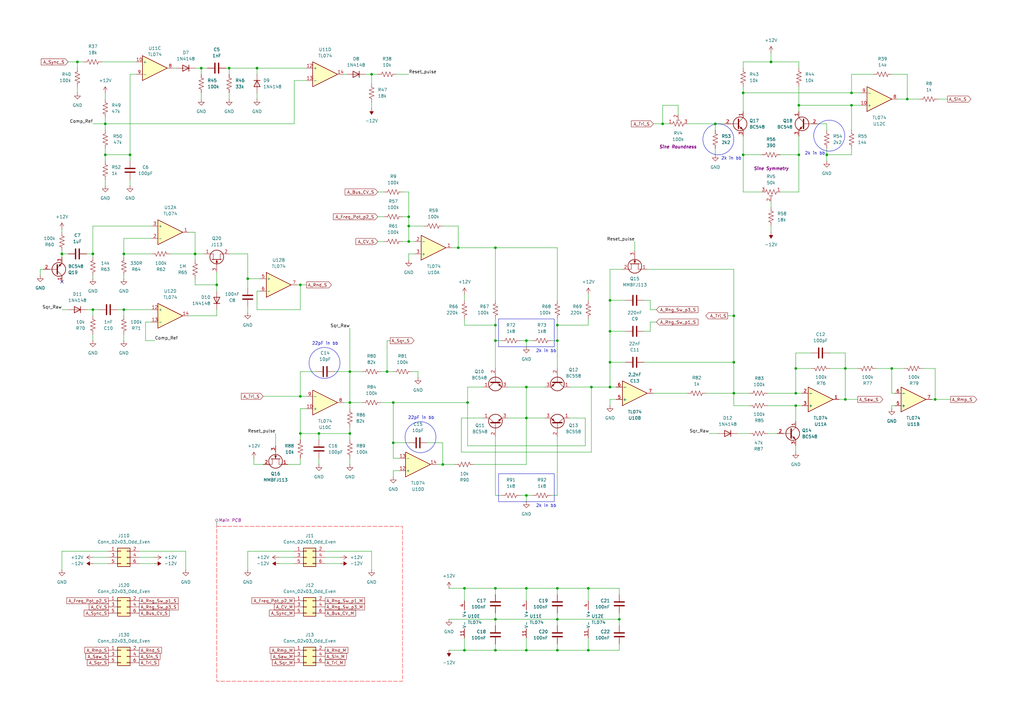
<source format=kicad_sch>
(kicad_sch (version 20250114) (generator "eeschema") (generator_version "9.0")
  (paper "A3")
  (title_block (company "DMH Instruments") (comment 1 "PCB for 10cm Kosmo format synthesizer module"))
  (rectangle (start 204.47 194.31) (end 227.33 205.74))
  (circle (center 294.64 57.15) (radius 6.35))
  (rectangle (start 204.47 130.81) (end 227.33 142.24))
  (circle (center 340.106 55.626) (radius 6.35))
  (circle (center 172.466 179.324) (radius 6.35))
  (circle (center 133.096 148.844) (radius 6.35))
  (text "22pF in bb" (at 133.35 140.97 0) (effects (font (size 1.27 1.27))))
  (text "2k in bb" (at 334.264 62.992 0) (effects (font (size 1.27 1.27))))
  (text "22pF in bb" (at 172.72 171.45 0) (effects (font (size 1.27 1.27))))
  (text "2k in bb" (at 299.974 65.024 0) (effects (font (size 1.27 1.27))))
  (text "2k in bb" (at 224.028 144.018 0) (effects (font (size 1.27 1.27))))
  (text "2k in bb" (at 224.028 207.518 0) (effects (font (size 1.27 1.27))))
  (junction (at 339.09 63.5))
  (junction (at 181.61 190.5))
  (junction (at 50.8 127))
  (junction (at 50.8 104.14))
  (junction (at 203.2 254))
  (junction (at 215.9 139.7))
  (junction (at 365.76 151.13))
  (junction (at 158.75 152.4))
  (junction (at 242.57 158.75))
  (junction (at 191.77 165.1))
  (junction (at 152.4 30.48))
  (junction (at 82.55 27.94))
  (junction (at 203.2 266.7))
  (junction (at 31.75 25.4))
  (junction (at 346.71 151.13))
  (junction (at 250.19 135.89))
  (junction (at 80.01 104.14))
  (junction (at 93.98 27.94))
  (junction (at 349.25 38.1))
  (junction (at 316.23 25.4))
  (junction (at 161.29 181.61))
  (junction (at 327.66 63.5))
  (junction (at 105.41 27.94))
  (junction (at 38.1 104.14))
  (junction (at 143.51 165.1))
  (junction (at 300.99 148.59))
  (junction (at 250.19 158.75))
  (junction (at 326.39 151.13))
  (junction (at 53.34 63.5))
  (junction (at 346.71 163.83))
  (junction (at 101.6 114.3))
  (junction (at 228.6 266.7))
  (junction (at 123.19 162.56))
  (junction (at 383.54 163.83))
  (junction (at 161.29 165.1))
  (junction (at 123.19 116.84))
  (junction (at 250.19 148.59))
  (junction (at 203.2 139.7))
  (junction (at 215.9 203.2))
  (junction (at 372.11 40.64))
  (junction (at 215.9 241.3))
  (junction (at 25.4 104.14))
  (junction (at 250.19 123.19))
  (junction (at 130.81 177.8))
  (junction (at 43.18 50.8))
  (junction (at 143.51 152.4))
  (junction (at 327.66 43.18))
  (junction (at 228.6 254))
  (junction (at 88.9 116.84))
  (junction (at 123.19 177.8))
  (junction (at 228.6 139.7))
  (junction (at 167.64 99.06))
  (junction (at 143.51 177.8))
  (junction (at 326.39 166.37))
  (junction (at 228.6 241.3))
  (junction (at 190.5 241.3))
  (junction (at 300.99 161.29))
  (junction (at 271.78 50.8))
  (junction (at 203.2 101.6))
  (junction (at 241.3 266.7))
  (junction (at 304.8 38.1))
  (junction (at 326.39 161.29))
  (junction (at 300.99 129.54))
  (junction (at 203.2 133.35))
  (junction (at 215.9 158.75))
  (junction (at 167.64 88.9))
  (junction (at 349.25 43.18))
  (junction (at 187.96 101.6))
  (junction (at 241.3 241.3))
  (junction (at 254 254))
  (junction (at 293.37 50.8))
  (junction (at 203.2 241.3))
  (junction (at 167.64 92.71))
  (junction (at 304.8 63.5))
  (junction (at 215.9 266.7))
  (junction (at 38.1 127))
  (junction (at 190.5 266.7))
  (junction (at 43.18 63.5))
  (junction (at 215.9 171.45))
  (junction (at 228.6 133.35))
  (no_connect (at 25.4 115.57))
  (wire (pts (xy 320.04 78.74) (xy 327.66 78.74)))
  (wire (pts (xy 130.81 177.8) (xy 130.81 180.34)))
  (wire (pts (xy 349.25 63.5) (xy 339.09 63.5)))
  (wire (pts (xy 228.6 133.35) (xy 228.6 139.7)))
  (wire (pts (xy 53.34 30.48) (xy 55.88 30.48)))
  (wire (pts (xy 59.69 132.08) (xy 62.23 132.08)))
  (wire (pts (xy 228.6 254) (xy 228.6 256.54)))
  (wire (pts (xy 233.68 158.75) (xy 242.57 158.75)))
  (wire (pts (xy 77.47 95.25) (xy 80.01 95.25)))
  (wire (pts (xy 215.9 241.3) (xy 228.6 241.3)))
  (wire (pts (xy 346.71 144.78) (xy 346.71 151.13)))
  (wire (pts (xy 190.5 261.62) (xy 190.5 266.7)))
  (wire (pts (xy 43.18 38.1) (xy 43.18 40.64)))
  (wire (pts (xy 335.28 50.8) (xy 339.09 50.8)))
  (wire (pts (xy 123.19 127) (xy 123.19 116.84)))
  (wire (pts (xy 38.1 113.03) (xy 38.1 114.3)))
  (wire (pts (xy 250.19 135.89) (xy 250.19 148.59)))
  (wire (pts (xy 228.6 123.19) (xy 228.6 101.6)))
  (wire (pts (xy 316.23 25.4) (xy 316.23 21.59)))
  (wire (pts (xy 163.83 193.04) (xy 161.29 193.04)))
  (wire (pts (xy 290.83 177.8) (xy 294.64 177.8)))
  (wire (pts (xy 130.81 177.8) (xy 143.51 177.8)))
  (wire (pts (xy 163.83 187.96) (xy 161.29 187.96)))
  (wire (pts (xy 365.76 151.13) (xy 365.76 161.29)))
  (wire (pts (xy 161.29 181.61) (xy 167.64 181.61)))
  (wire (pts (xy 88.9 129.54) (xy 88.9 127)))
  (wire (pts (xy 123.19 167.64) (xy 125.73 167.64)))
  (wire (pts (xy 190.5 120.65) (xy 190.5 123.19)))
  (wire (pts (xy 372.11 30.48) (xy 372.11 40.64)))
  (wire (pts (xy 123.19 177.8) (xy 130.81 177.8)))
  (wire (pts (xy 339.09 63.5) (xy 339.09 66.04)))
  (wire (pts (xy 359.41 151.13) (xy 365.76 151.13)))
  (wire (pts (xy 31.75 25.4) (xy 34.29 25.4)))
  (wire (pts (xy 105.41 30.48) (xy 105.41 27.94)))
  (wire (pts (xy 152.4 226.06) (xy 152.4 233.68)))
  (wire (pts (xy 304.8 38.1) (xy 349.25 38.1)))
  (wire (pts (xy 304.8 63.5) (xy 312.42 63.5)))
  (wire (pts (xy 213.36 139.7) (xy 215.9 139.7)))
  (wire (pts (xy 205.74 139.7) (xy 203.2 139.7)))
  (wire (pts (xy 293.37 50.8) (xy 297.18 50.8)))
  (wire (pts (xy 191.77 165.1) (xy 191.77 182.88)))
  (wire (pts (xy 152.4 30.48) (xy 152.4 34.29)))
  (wire (pts (xy 314.96 161.29) (xy 326.39 161.29)))
  (wire (pts (xy 43.18 60.96) (xy 43.18 63.5)))
  (wire (pts (xy 143.51 152.4) (xy 143.51 165.1)))
  (wire (pts (xy 228.6 203.2) (xy 228.6 179.07)))
  (wire (pts (xy 281.94 50.8) (xy 293.37 50.8)))
  (wire (pts (xy 228.6 151.13) (xy 228.6 139.7)))
  (wire (pts (xy 264.16 123.19) (xy 266.7 123.19)))
  (wire (pts (xy 184.15 254) (xy 203.2 254)))
  (wire (pts (xy 143.51 175.26) (xy 143.51 177.8)))
  (wire (pts (xy 190.5 241.3) (xy 203.2 241.3)))
  (wire (pts (xy 114.3 228.6) (xy 120.65 228.6)))
  (wire (pts (xy 160.02 139.7) (xy 158.75 139.7)))
  (wire (pts (xy 43.18 48.26) (xy 43.18 50.8)))
  (wire (pts (xy 88.9 116.84) (xy 88.9 119.38)))
  (wire (pts (xy 367.03 166.37) (xy 365.76 166.37)))
  (wire (pts (xy 256.54 123.19) (xy 250.19 123.19)))
  (wire (pts (xy 365.76 166.37) (xy 365.76 167.64)))
  (wire (pts (xy 241.3 246.38) (xy 241.3 241.3)))
  (wire (pts (xy 265.43 110.49) (xy 300.99 110.49)))
  (wire (pts (xy 38.1 137.16) (xy 38.1 139.7)))
  (wire (pts (xy 250.19 148.59) (xy 250.19 158.75)))
  (wire (pts (xy 143.51 177.8) (xy 143.51 180.34)))
  (wire (pts (xy 121.92 116.84) (xy 123.19 116.84)))
  (wire (pts (xy 101.6 114.3) (xy 106.68 114.3)))
  (wire (pts (xy 215.9 190.5) (xy 215.9 171.45)))
  (wire (pts (xy 372.11 40.64) (xy 368.3 40.64)))
  (wire (pts (xy 266.7 127) (xy 266.7 123.19)))
  (wire (pts (xy 50.8 104.14) (xy 62.23 104.14)))
  (wire (pts (xy 240.03 171.45) (xy 233.68 171.45)))
  (wire (pts (xy 38.1 92.71) (xy 62.23 92.71)))
  (wire (pts (xy 35.56 104.14) (xy 38.1 104.14)))
  (wire (pts (xy 25.4 104.14) (xy 27.94 104.14)))
  (wire (pts (xy 50.8 127) (xy 50.8 129.54)))
  (wire (pts (xy 62.23 97.79) (xy 50.8 97.79)))
  (wire (pts (xy 256.54 148.59) (xy 250.19 148.59)))
  (wire (pts (xy 43.18 63.5) (xy 53.34 63.5)))
  (wire (pts (xy 203.2 264.16) (xy 203.2 266.7)))
  (wire (pts (xy 241.3 241.3) (xy 254 241.3)))
  (wire (pts (xy 187.96 92.71) (xy 187.96 101.6)))
  (wire (pts (xy 213.36 203.2) (xy 215.9 203.2)))
  (wire (pts (xy 80.01 104.14) (xy 80.01 106.68)))
  (wire (pts (xy 198.12 171.45) (xy 189.23 171.45)))
  (wire (pts (xy 339.09 50.8) (xy 339.09 53.34)))
  (wire (pts (xy 241.3 266.7) (xy 254 266.7)))
  (wire (pts (xy 123.19 177.8) (xy 123.19 180.34)))
  (wire (pts (xy 80.01 116.84) (xy 80.01 114.3)))
  (wire (pts (xy 383.54 163.83) (xy 382.27 163.83)))
  (wire (pts (xy 113.03 177.8) (xy 113.03 182.88)))
  (wire (pts (xy 327.66 43.18) (xy 327.66 45.72)))
  (wire (pts (xy 143.51 134.62) (xy 143.51 152.4)))
  (wire (pts (xy 228.6 101.6) (xy 203.2 101.6)))
  (wire (pts (xy 170.18 99.06) (xy 167.64 99.06)))
  (wire (pts (xy 256.54 135.89) (xy 250.19 135.89)))
  (wire (pts (xy 228.6 251.46) (xy 228.6 254)))
  (wire (pts (xy 107.95 162.56) (xy 123.19 162.56)))
  (wire (pts (xy 203.2 203.2) (xy 205.74 203.2)))
  (wire (pts (xy 154.94 88.9) (xy 157.48 88.9)))
  (wire (pts (xy 215.9 203.2) (xy 215.9 205.74)))
  (wire (pts (xy 165.1 78.74) (xy 167.64 78.74)))
  (wire (pts (xy 101.6 114.3) (xy 101.6 118.11)))
  (wire (pts (xy 242.57 185.42) (xy 242.57 158.75)))
  (wire (pts (xy 187.96 101.6) (xy 185.42 101.6)))
  (wire (pts (xy 123.19 190.5) (xy 123.19 187.96)))
  (wire (pts (xy 215.9 203.2) (xy 218.44 203.2)))
  (wire (pts (xy 326.39 166.37) (xy 326.39 172.72)))
  (wire (pts (xy 80.01 95.25) (xy 80.01 104.14)))
  (wire (pts (xy 241.3 261.62) (xy 241.3 266.7)))
  (wire (pts (xy 228.6 241.3) (xy 228.6 243.84)))
  (wire (pts (xy 187.96 101.6) (xy 203.2 101.6)))
  (wire (pts (xy 129.54 152.4) (xy 123.19 152.4)))
  (wire (pts (xy 50.8 137.16) (xy 50.8 139.7)))
  (wire (pts (xy 304.8 35.56) (xy 304.8 38.1)))
  (wire (pts (xy 250.19 123.19) (xy 250.19 135.89)))
  (wire (pts (xy 38.1 104.14) (xy 38.1 105.41)))
  (wire (pts (xy 161.29 165.1) (xy 191.77 165.1)))
  (wire (pts (xy 304.8 27.94) (xy 304.8 25.4)))
  (wire (pts (xy 152.4 41.91) (xy 152.4 44.45)))
  (wire (pts (xy 203.2 254) (xy 228.6 254)))
  (wire (pts (xy 101.6 104.14) (xy 101.6 114.3)))
  (wire (pts (xy 326.39 182.88) (xy 326.39 185.42)))
  (wire (pts (xy 123.19 167.64) (xy 123.19 177.8)))
  (wire (pts (xy 31.75 35.56) (xy 31.75 38.1)))
  (wire (pts (xy 125.73 33.02) (xy 120.65 33.02)))
  (wire (pts (xy 304.8 25.4) (xy 316.23 25.4)))
  (wire (pts (xy 181.61 190.5) (xy 181.61 181.61)))
  (wire (pts (xy 203.2 251.46) (xy 203.2 254)))
  (wire (pts (xy 167.64 92.71) (xy 173.99 92.71)))
  (wire (pts (xy 300.99 148.59) (xy 300.99 161.29)))
  (wire (pts (xy 167.64 104.14) (xy 170.18 104.14)))
  (wire (pts (xy 240.03 182.88) (xy 240.03 171.45)))
  (wire (pts (xy 43.18 50.8) (xy 120.65 50.8)))
  (wire (pts (xy 101.6 104.14) (xy 93.98 104.14)))
  (wire (pts (xy 59.69 139.7) (xy 63.5 139.7)))
  (wire (pts (xy 53.34 73.66) (xy 53.34 76.2)))
  (wire (pts (xy 191.77 182.88) (xy 240.03 182.88)))
  (wire (pts (xy 271.78 43.18) (xy 271.78 50.8)))
  (wire (pts (xy 162.56 30.48) (xy 167.64 30.48)))
  (wire (pts (xy 278.13 43.18) (xy 271.78 43.18)))
  (wire (pts (xy 266.7 127) (xy 269.24 127)))
  (wire (pts (xy 260.35 99.06) (xy 260.35 102.87)))
  (wire (pts (xy 179.07 190.5) (xy 181.61 190.5)))
  (wire (pts (xy 82.55 38.1) (xy 82.55 40.64)))
  (wire (pts (xy 215.9 246.38) (xy 215.9 241.3)))
  (wire (pts (xy 316.23 82.55) (xy 316.23 85.09)))
  (wire (pts (xy 304.8 55.88) (xy 304.8 63.5)))
  (wire (pts (xy 215.9 158.75) (xy 223.52 158.75)))
  (wire (pts (xy 228.6 130.81) (xy 228.6 133.35)))
  (wire (pts (xy 158.75 152.4) (xy 161.29 152.4)))
  (wire (pts (xy 226.06 139.7) (xy 228.6 139.7)))
  (wire (pts (xy 76.2 226.06) (xy 57.15 226.06)))
  (wire (pts (xy 215.9 241.3) (xy 203.2 241.3)))
  (wire (pts (xy 340.36 151.13) (xy 346.71 151.13)))
  (wire (pts (xy 189.23 171.45) (xy 189.23 185.42)))
  (wire (pts (xy 203.2 139.7) (xy 203.2 151.13)))
  (wire (pts (xy 93.98 27.94) (xy 93.98 30.48)))
  (wire (pts (xy 43.18 73.66) (xy 43.18 76.2)))
  (wire (pts (xy 215.9 266.7) (xy 203.2 266.7)))
  (wire (pts (xy 101.6 125.73) (xy 101.6 128.27)))
  (wire (pts (xy 76.2 233.68) (xy 76.2 226.06)))
  (wire (pts (xy 143.51 187.96) (xy 143.51 190.5)))
  (wire (pts (xy 50.8 97.79) (xy 50.8 104.14)))
  (wire (pts (xy 93.98 27.94) (xy 105.41 27.94)))
  (wire (pts (xy 105.41 127) (xy 123.19 127)))
  (wire (pts (xy 123.19 152.4) (xy 123.19 162.56)))
  (wire (pts (xy 140.97 30.48) (xy 142.24 30.48)))
  (wire (pts (xy 50.8 113.03) (xy 50.8 114.3)))
  (wire (pts (xy 190.5 266.7) (xy 203.2 266.7)))
  (wire (pts (xy 254 251.46) (xy 254 254)))
  (wire (pts (xy 156.21 165.1) (xy 161.29 165.1)))
  (wire (pts (xy 346.71 163.83) (xy 344.17 163.83)))
  (wire (pts (xy 358.14 30.48) (xy 349.25 30.48)))
  (wire (pts (xy 184.15 241.3) (xy 190.5 241.3)))
  (wire (pts (xy 158.75 139.7) (xy 158.75 152.4)))
  (wire (pts (xy 326.39 144.78) (xy 326.39 151.13)))
  (wire (pts (xy 118.11 190.5) (xy 123.19 190.5)))
  (wire (pts (xy 203.2 133.35) (xy 203.2 139.7)))
  (wire (pts (xy 92.71 27.94) (xy 93.98 27.94)))
  (wire (pts (xy 326.39 166.37) (xy 328.93 166.37)))
  (wire (pts (xy 255.27 110.49) (xy 250.19 110.49)))
  (wire (pts (xy 41.91 25.4) (xy 55.88 25.4)))
  (wire (pts (xy 372.11 40.64) (xy 377.19 40.64)))
  (wire (pts (xy 143.51 152.4) (xy 137.16 152.4)))
  (wire (pts (xy 105.41 38.1) (xy 105.41 40.64)))
  (wire (pts (xy 27.94 25.4) (xy 31.75 25.4)))
  (wire (pts (xy 228.6 133.35) (xy 241.3 133.35)))
  (wire (pts (xy 370.84 151.13) (xy 365.76 151.13)))
  (wire (pts (xy 314.96 177.8) (xy 318.77 177.8)))
  (wire (pts (xy 161.29 165.1) (xy 161.29 181.61)))
  (wire (pts (xy 365.76 30.48) (xy 372.11 30.48)))
  (wire (pts (xy 228.6 264.16) (xy 228.6 266.7)))
  (wire (pts (xy 105.41 119.38) (xy 105.41 127)))
  (wire (pts (xy 161.29 193.04) (xy 161.29 195.58)))
  (wire (pts (xy 327.66 43.18) (xy 349.25 43.18)))
  (wire (pts (xy 191.77 158.75) (xy 191.77 165.1)))
  (wire (pts (xy 215.9 139.7) (xy 218.44 139.7)))
  (wire (pts (xy 293.37 60.96) (xy 293.37 63.5)))
  (wire (pts (xy 250.19 110.49) (xy 250.19 123.19)))
  (wire (pts (xy 349.25 38.1) (xy 353.06 38.1)))
  (wire (pts (xy 82.55 27.94) (xy 82.55 30.48)))
  (wire (pts (xy 165.1 99.06) (xy 167.64 99.06)))
  (wire (pts (xy 203.2 179.07) (xy 203.2 203.2)))
  (wire (pts (xy 316.23 92.71) (xy 316.23 95.25)))
  (wire (pts (xy 215.9 261.62) (xy 215.9 266.7)))
  (wire (pts (xy 340.36 144.78) (xy 346.71 144.78)))
  (wire (pts (xy 133.35 228.6) (xy 139.7 228.6)))
  (wire (pts (xy 149.86 30.48) (xy 152.4 30.48)))
  (wire (pts (xy 101.6 233.68) (xy 101.6 226.06)))
  (wire (pts (xy 349.25 43.18) (xy 349.25 53.34)))
  (wire (pts (xy 38.1 231.14) (xy 44.45 231.14)))
  (wire (pts (xy 266.7 132.08) (xy 266.7 135.89)))
  (wire (pts (xy 143.51 165.1) (xy 148.59 165.1)))
  (wire (pts (xy 57.15 231.14) (xy 63.5 231.14)))
  (wire (pts (xy 25.4 102.87) (xy 25.4 104.14)))
  (wire (pts (xy 82.55 27.94) (xy 85.09 27.94)))
  (wire (pts (xy 349.25 30.48) (xy 349.25 38.1)))
  (wire (pts (xy 184.15 266.7) (xy 190.5 266.7)))
  (wire (pts (xy 25.4 226.06) (xy 44.45 226.06)))
  (wire (pts (xy 25.4 93.98) (xy 25.4 95.25)))
  (wire (pts (xy 88.9 111.76) (xy 88.9 116.84)))
  (wire (pts (xy 43.18 50.8) (xy 43.18 53.34)))
  (wire (pts (xy 181.61 181.61) (xy 175.26 181.61)))
  (wire (pts (xy 383.54 151.13) (xy 383.54 163.83)))
  (wire (pts (xy 241.3 130.81) (xy 241.3 133.35)))
  (wire (pts (xy 250.19 158.75) (xy 252.73 158.75)))
  (wire (pts (xy 38.1 127) (xy 40.64 127)))
  (wire (pts (xy 278.13 46.99) (xy 278.13 43.18)))
  (wire (pts (xy 154.94 99.06) (xy 157.48 99.06)))
  (wire (pts (xy 167.64 78.74) (xy 167.64 88.9)))
  (wire (pts (xy 156.21 152.4) (xy 158.75 152.4)))
  (wire (pts (xy 106.68 119.38) (xy 105.41 119.38)))
  (wire (pts (xy 161.29 187.96) (xy 161.29 181.61)))
  (wire (pts (xy 165.1 88.9) (xy 167.64 88.9)))
  (wire (pts (xy 123.19 116.84) (xy 125.73 116.84)))
  (wire (pts (xy 327.66 35.56) (xy 327.66 43.18)))
  (wire (pts (xy 77.47 129.54) (xy 88.9 129.54)))
  (wire (pts (xy 339.09 60.96) (xy 339.09 63.5)))
  (wire (pts (xy 346.71 151.13) (xy 351.79 151.13)))
  (wire (pts (xy 254 264.16) (xy 254 266.7)))
  (wire (pts (xy 252.73 163.83) (xy 250.19 163.83)))
  (wire (pts (xy 293.37 50.8) (xy 293.37 53.34)))
  (wire (pts (xy 208.28 171.45) (xy 215.9 171.45)))
  (wire (pts (xy 267.97 50.8) (xy 271.78 50.8)))
  (wire (pts (xy 80.01 27.94) (xy 82.55 27.94)))
  (wire (pts (xy 326.39 151.13) (xy 326.39 161.29)))
  (wire (pts (xy 16.51 110.49) (xy 16.51 113.03)))
  (wire (pts (xy 203.2 241.3) (xy 203.2 243.84)))
  (wire (pts (xy 53.34 63.5) (xy 53.34 66.04)))
  (wire (pts (xy 38.1 228.6) (xy 44.45 228.6)))
  (wire (pts (xy 181.61 92.71) (xy 187.96 92.71)))
  (wire (pts (xy 215.9 139.7) (xy 215.9 142.24)))
  (wire (pts (xy 50.8 104.14) (xy 50.8 105.41)))
  (wire (pts (xy 264.16 135.89) (xy 266.7 135.89)))
  (wire (pts (xy 50.8 127) (xy 62.23 127)))
  (wire (pts (xy 25.4 104.14) (xy 25.4 105.41)))
  (wire (pts (xy 167.64 88.9) (xy 167.64 92.71)))
  (wire (pts (xy 38.1 92.71) (xy 38.1 104.14)))
  (wire (pts (xy 203.2 130.81) (xy 203.2 133.35)))
  (wire (pts (xy 327.66 63.5) (xy 327.66 78.74)))
  (wire (pts (xy 181.61 190.5) (xy 186.69 190.5)))
  (wire (pts (xy 289.56 161.29) (xy 300.99 161.29)))
  (wire (pts (xy 57.15 228.6) (xy 63.5 228.6)))
  (wire (pts (xy 215.9 266.7) (xy 228.6 266.7)))
  (wire (pts (xy 143.51 165.1) (xy 143.51 167.64)))
  (wire (pts (xy 69.85 104.14) (xy 80.01 104.14)))
  (wire (pts (xy 120.65 33.02) (xy 120.65 50.8)))
  (wire (pts (xy 16.51 110.49) (xy 17.78 110.49)))
  (wire (pts (xy 104.14 190.5) (xy 104.14 187.96)))
  (wire (pts (xy 48.26 127) (xy 50.8 127)))
  (wire (pts (xy 167.64 104.14) (xy 167.64 106.68)))
  (wire (pts (xy 25.4 233.68) (xy 25.4 226.06)))
  (wire (pts (xy 302.26 177.8) (xy 307.34 177.8)))
  (wire (pts (xy 332.74 151.13) (xy 326.39 151.13)))
  (wire (pts (xy 133.35 231.14) (xy 139.7 231.14)))
  (wire (pts (xy 43.18 63.5) (xy 43.18 66.04)))
  (wire (pts (xy 264.16 148.59) (xy 300.99 148.59)))
  (wire (pts (xy 327.66 63.5) (xy 327.66 55.88)))
  (wire (pts (xy 190.5 241.3) (xy 190.5 246.38)))
  (wire (pts (xy 198.12 158.75) (xy 191.77 158.75)))
  (wire (pts (xy 59.69 132.08) (xy 59.69 139.7)))
  (wire (pts (xy 312.42 78.74) (xy 304.8 78.74)))
  (wire (pts (xy 25.4 127) (xy 27.94 127)))
  (wire (pts (xy 148.59 152.4) (xy 143.51 152.4)))
  (wire (pts (xy 266.7 132.08) (xy 269.24 132.08)))
  (wire (pts (xy 71.12 27.94) (xy 72.39 27.94)))
  (wire (pts (xy 189.23 185.42) (xy 242.57 185.42)))
  (wire (pts (xy 228.6 266.7) (xy 241.3 266.7)))
  (wire (pts (xy 300.99 110.49) (xy 300.99 129.54)))
  (wire (pts (xy 228.6 241.3) (xy 241.3 241.3)))
  (wire (pts (xy 38.1 50.8) (xy 43.18 50.8)))
  (wire (pts (xy 203.2 101.6) (xy 203.2 123.19)))
  (wire (pts (xy 168.91 152.4) (xy 171.45 152.4)))
  (wire (pts (xy 38.1 127) (xy 38.1 129.54)))
  (wire (pts (xy 228.6 254) (xy 254 254)))
  (wire (pts (xy 80.01 116.84) (xy 88.9 116.84)))
  (wire (pts (xy 215.9 171.45) (xy 223.52 171.45)))
  (wire (pts (xy 304.8 38.1) (xy 304.8 45.72)))
  (wire (pts (xy 107.95 190.5) (xy 104.14 190.5)))
  (wire (pts (xy 254 241.3) (xy 254 243.84)))
  (wire (pts (xy 93.98 38.1) (xy 93.98 40.64)))
  (wire (pts (xy 31.75 25.4) (xy 31.75 27.94)))
  (wire (pts (xy 190.5 133.35) (xy 203.2 133.35)))
  (wire (pts (xy 154.94 78.74) (xy 157.48 78.74)))
  (wire (pts (xy 271.78 50.8) (xy 274.32 50.8)))
  (wire (pts (xy 167.64 99.06) (xy 167.64 92.71)))
  (wire (pts (xy 383.54 163.83) (xy 389.89 163.83)))
  (wire (pts (xy 194.31 190.5) (xy 215.9 190.5)))
  (wire (pts (xy 327.66 27.94) (xy 327.66 25.4)))
  (wire (pts (xy 365.76 161.29) (xy 367.03 161.29)))
  (wire (pts (xy 349.25 60.96) (xy 349.25 63.5)))
  (wire (pts (xy 300.99 166.37) (xy 300.99 161.29)))
  (wire (pts (xy 298.45 129.54) (xy 300.99 129.54)))
  (wire (pts (xy 190.5 130.81) (xy 190.5 133.35)))
  (wire (pts (xy 114.3 231.14) (xy 120.65 231.14)))
  (wire (pts (xy 378.46 151.13) (xy 383.54 151.13)))
  (wire (pts (xy 226.06 203.2) (xy 228.6 203.2)))
  (wire (pts (xy 203.2 254) (xy 203.2 256.54)))
  (wire (pts (xy 133.35 226.06) (xy 152.4 226.06)))
  (wire (pts (xy 300.99 161.29) (xy 307.34 161.29)))
  (wire (pts (xy 300.99 129.54) (xy 300.99 148.59)))
  (wire (pts (xy 35.56 127) (xy 38.1 127)))
  (wire (pts (xy 250.19 163.83) (xy 250.19 166.37)))
  (wire (pts (xy 140.97 165.1) (xy 143.51 165.1)))
  (wire (pts (xy 327.66 25.4) (xy 316.23 25.4)))
  (wire (pts (xy 241.3 120.65) (xy 241.3 123.19)))
  (wire (pts (xy 349.25 43.18) (xy 353.06 43.18)))
  (wire (pts (xy 215.9 158.75) (xy 215.9 171.45)))
  (wire (pts (xy 346.71 163.83) (xy 351.79 163.83)))
  (wire (pts (xy 307.34 166.37) (xy 300.99 166.37)))
  (wire (pts (xy 80.01 104.14) (xy 83.82 104.14)))
  (wire (pts (xy 346.71 151.13) (xy 346.71 163.83)))
  (wire (pts (xy 130.81 187.96) (xy 130.81 190.5)))
  (wire (pts (xy 105.41 27.94) (xy 125.73 27.94)))
  (wire (pts (xy 101.6 226.06) (xy 120.65 226.06)))
  (wire (pts (xy 320.04 63.5) (xy 327.66 63.5)))
  (wire (pts (xy 208.28 158.75) (xy 215.9 158.75)))
  (wire (pts (xy 314.96 166.37) (xy 326.39 166.37)))
  (wire (pts (xy 304.8 78.74) (xy 304.8 63.5)))
  (wire (pts (xy 123.19 162.56) (xy 125.73 162.56)))
  (wire (pts (xy 53.34 30.48) (xy 53.34 63.5)))
  (wire (pts (xy 326.39 161.29) (xy 328.93 161.29)))
  (wire (pts (xy 254 254) (xy 254 256.54)))
  (wire (pts (xy 152.4 30.48) (xy 154.94 30.48)))
  (wire (pts (xy 384.81 40.64) (xy 388.62 40.64)))
  (wire (pts (xy 267.97 161.29) (xy 281.94 161.29)))
  (wire (pts (xy 242.57 158.75) (xy 250.19 158.75)))
  (wire (pts (xy 332.74 144.78) (xy 326.39 144.78)))
  (wire (pts (xy 171.45 152.4) (xy 171.45 154.94)))
  (label "Reset_pulse" (at 260.35 99.06 180))
  (label "Sqr_Raw" (at 143.51 134.62 180))
  (label "Sqr_Raw" (at 25.4 127 180))
  (label "Reset_pulse" (at 113.03 177.8 180))
  (label "Reset_pulse" (at 167.64 30.48 0))
  (label "Comp_Ref" (at 38.1 50.8 180))
  (label "Sqr_Raw" (at 290.83 177.8 180))
  (label "Comp_Ref" (at 63.5 139.7 0))
  (global_label "A_Tri_S" (shape input) (at 267.97 50.8 180) (property "Intersheetrefs" "${INTERSHEET_REFS}" (effects (hide yes))))
  (global_label "A_Rng_Sw_p3_S" (shape passive) (at 57.15 248.92 0) (property "Intersheetrefs" "${INTERSHEET_REFS}" (effects (hide yes))))
  (global_label "A_Rng_Sw_p3_S" (shape input) (at 269.24 127 0) (property "Intersheetrefs" "${INTERSHEET_REFS}" (effects (hide yes))))
  (global_label "A_Tri_S" (shape input) (at 107.95 162.56 180) (property "Intersheetrefs" "${INTERSHEET_REFS}" (effects (hide yes))))
  (global_label "A_Sqr_M" (shape passive) (at 120.65 271.78 180) (property "Intersheetrefs" "${INTERSHEET_REFS}" (effects (hide yes))))
  (global_label "A_CV_M" (shape passive) (at 120.65 248.92 180) (property "Intersheetrefs" "${INTERSHEET_REFS}" (effects (hide yes))))
  (global_label "A_Sync_S" (shape passive) (at 44.45 251.46 180) (property "Intersheetrefs" "${INTERSHEET_REFS}" (effects (hide yes))))
  (global_label "A_Saw_S" (shape output) (at 351.79 163.83 0) (property "Intersheetrefs" "${INTERSHEET_REFS}" (effects (hide yes))))
  (global_label "A_Freq_Pot_p2_S" (shape passive) (at 44.45 246.38 180) (property "Intersheetrefs" "${INTERSHEET_REFS}" (effects (hide yes))))
  (global_label "A_Rng_Sw_p1_S" (shape passive) (at 57.15 246.38 0) (property "Intersheetrefs" "${INTERSHEET_REFS}" (effects (hide yes))))
  (global_label "A_Bus_CV_M" (shape passive) (at 133.35 251.46 0) (property "Intersheetrefs" "${INTERSHEET_REFS}" (effects (hide yes))))
  (global_label "A_Rnd_S" (shape output) (at 125.73 116.84 0) (property "Intersheetrefs" "${INTERSHEET_REFS}" (effects (hide yes))))
  (global_label "A_Bus_CV_S" (shape passive) (at 57.15 251.46 0) (property "Intersheetrefs" "${INTERSHEET_REFS}" (effects (hide yes))))
  (global_label "A_Sin_M" (shape passive) (at 133.35 269.24 0) (property "Intersheetrefs" "${INTERSHEET_REFS}" (effects (hide yes))))
  (global_label "A_Sin_S" (shape output) (at 388.62 40.64 0) (property "Intersheetrefs" "${INTERSHEET_REFS}" (effects (hide yes))))
  (global_label "A_Freq_Pot_p2_M" (shape passive) (at 120.65 246.38 180) (property "Intersheetrefs" "${INTERSHEET_REFS}" (effects (hide yes))))
  (global_label "A_Sync_S" (shape input) (at 27.94 25.4 180) (property "Intersheetrefs" "${INTERSHEET_REFS}" (effects (hide yes))))
  (global_label "A_Tri_S" (shape output) (at 298.45 129.54 180) (property "Intersheetrefs" "${INTERSHEET_REFS}" (effects (hide yes))))
  (global_label "A_CV_S" (shape passive) (at 44.45 248.92 180) (property "Intersheetrefs" "${INTERSHEET_REFS}" (effects (hide yes))))
  (global_label "A_Sqr_S" (shape passive) (at 44.45 271.78 180) (property "Intersheetrefs" "${INTERSHEET_REFS}" (effects (hide yes))))
  (global_label "A_Bus_CV_S" (shape input) (at 154.94 78.74 180) (property "Intersheetrefs" "${INTERSHEET_REFS}" (effects (hide yes))))
  (global_label "A_Rng_Sw_p3_M" (shape passive) (at 133.35 248.92 0) (property "Intersheetrefs" "${INTERSHEET_REFS}" (effects (hide yes))))
  (global_label "A_Rmp_S" (shape passive) (at 44.45 266.7 180) (property "Intersheetrefs" "${INTERSHEET_REFS}" (effects (hide yes))))
  (global_label "A_Freq_Pot_p2_S" (shape input) (at 154.94 88.9 180) (property "Intersheetrefs" "${INTERSHEET_REFS}" (effects (hide yes))))
  (global_label "A_Saw_M" (shape passive) (at 120.65 269.24 180) (property "Intersheetrefs" "${INTERSHEET_REFS}" (effects (hide yes))))
  (global_label "A_Tri_M" (shape passive) (at 133.35 271.78 0) (property "Intersheetrefs" "${INTERSHEET_REFS}" (effects (hide yes))))
  (global_label "A_Sync_M" (shape passive) (at 120.65 251.46 180) (property "Intersheetrefs" "${INTERSHEET_REFS}" (effects (hide yes))))
  (global_label "A_Rng_Sw_p1_M" (shape passive) (at 133.35 246.38 0) (property "Intersheetrefs" "${INTERSHEET_REFS}" (effects (hide yes))))
  (global_label "A_Rnd_S" (shape passive) (at 57.15 266.7 0) (property "Intersheetrefs" "${INTERSHEET_REFS}" (effects (hide yes))))
  (global_label "A_Rnd_M" (shape passive) (at 133.35 266.7 0) (property "Intersheetrefs" "${INTERSHEET_REFS}" (effects (hide yes))))
  (global_label "A_Rmp_S" (shape output) (at 389.89 163.83 0) (property "Intersheetrefs" "${INTERSHEET_REFS}" (effects (hide yes))))
  (global_label "A_Tri_S" (shape passive) (at 57.15 271.78 0) (property "Intersheetrefs" "${INTERSHEET_REFS}" (effects (hide yes))))
  (global_label "A_Rmp_M" (shape passive) (at 120.65 266.7 180) (property "Intersheetrefs" "${INTERSHEET_REFS}" (effects (hide yes))))
  (global_label "A_Sin_S" (shape passive) (at 57.15 269.24 0) (property "Intersheetrefs" "${INTERSHEET_REFS}" (effects (hide yes))))
  (global_label "A_Saw_S" (shape passive) (at 44.45 269.24 180) (property "Intersheetrefs" "${INTERSHEET_REFS}" (effects (hide yes))))
  (global_label "A_Sqr_S" (shape output) (at 160.02 139.7 0) (property "Intersheetrefs" "${INTERSHEET_REFS}" (effects (hide yes))))
  (global_label "A_CV_S" (shape input) (at 154.94 99.06 180) (property "Intersheetrefs" "${INTERSHEET_REFS}" (effects (hide yes))))
  (global_label "A_Rng_Sw_p1_S" (shape input) (at 269.24 132.08 0) (property "Intersheetrefs" "${INTERSHEET_REFS}" (effects (hide yes))))
  (rule_area (polyline (pts (xy 88.9 215.9) (xy 165.1 215.9) (xy 165.1 279.4) (xy 88.9 279.4)) (stroke (width 0) (type dash))))
  (netclass_flag "" (length 2.54) (shape round) (at 88.9 215.9 0) (property "Component Class" "Main PCB" (at 89.5985 213.36 0) (effects (font (italic yes)) (justify left))))
  (symbol (lib_id "Connector_Generic:Conn_02x03_Odd_Even") (at 49.53 248.92 0) (unit 1)
    (property "Reference" "J120" (at 50.8 240.03 0))
    (property "Value" "Conn_02x03_Odd_Even" (at 50.8 242.57 0))
    (property "Footprint" "Connector_PinHeader_2.54mm:PinHeader_2x03_P2.54mm_Horizontal" (effects (hide yes)))
    (property "Description" "Generic connector, double row, 02x03, odd/even pin numbering scheme (row 1 odd numbers, row 2 even numbers), script generated (kicad-library-utils/schlib/autogen/connector/)" (effects (hide yes)))
  )
  (symbol (lib_id "Connector_Generic:Conn_02x03_Odd_Even") (at 49.53 228.6 0) (unit 1)
    (property "Reference" "J110" (at 50.8 219.71 0))
    (property "Value" "Conn_02x03_Odd_Even" (at 50.8 222.25 0))
    (property "Footprint" "Connector_PinHeader_2.54mm:PinHeader_2x03_P2.54mm_Horizontal" (effects (hide yes)))
    (property "Description" "Generic connector, double row, 02x03, odd/even pin numbering scheme (row 1 odd numbers, row 2 even numbers), script generated (kicad-library-utils/schlib/autogen/connector/)" (effects (hide yes)))
  )
  (symbol (lib_id "Amplifier_Operational:TL074") (at 243.84 254 0) (unit 5)
    (property "Reference" "U12" (at 242.57 252.7299 0) (effects (justify left)))
    (property "Value" "TL074" (at 242.57 255.2699 0) (effects (justify left)))
    (property "Footprint" "Package_DIP:DIP-14_W7.62mm_Socket" (effects (hide yes)))
    (property "Datasheet" "http://www.ti.com/lit/ds/symlink/tl071.pdf" (effects (hide yes)))
    (property "Description" "Quad Low-Noise JFET-Input Operational Amplifiers, DIP-14/SOIC-14" (effects (hide yes)))
  )
  (symbol (lib_id "power:+12V") (at 38.1 228.6 90) (unit 1)
    (property "Reference" "#PWR084" (effects (hide yes)))
    (property "Value" "+12V" (at 34.29 228.5999 90) (effects (justify left)))
    (property "Description" "Power symbol creates a global label with name \"+12V\"" (effects (hide yes)))
  )
  (symbol (lib_id "Connector_Generic:Conn_02x03_Odd_Even") (at 125.73 248.92 0) (unit 1)
    (property "Reference" "J12" (at 127 240.03 0))
    (property "Value" "Conn_02x03_Odd_Even" (at 127 242.57 0))
    (property "Footprint" "Connector_PinHeader_2.54mm:PinHeader_2x03_P2.54mm_Horizontal" (effects (hide yes)))
    (property "Description" "Generic connector, double row, 02x03, odd/even pin numbering scheme (row 1 odd numbers, row 2 even numbers), script generated (kicad-library-utils/schlib/autogen/connector/)" (effects (hide yes)))
  )
  (symbol (lib_id "Amplifier_Operational:TL074") (at 336.55 163.83 0) (mirror x) (unit 1)
    (property "Reference" "U11" (at 336.55 173.99 0))
    (property "Value" "TL074" (at 336.55 171.45 0))
    (property "Footprint" "Package_DIP:DIP-14_W7.62mm_Socket" (effects (hide yes)))
    (property "Datasheet" "http://www.ti.com/lit/ds/symlink/tl071.pdf" (effects (hide yes)))
    (property "Description" "Quad Low-Noise JFET-Input Operational Amplifiers, DIP-14/SOIC-14" (effects (hide yes)))
  )
  (symbol (lib_id "power:GND") (at 339.09 66.04 0) (unit 1)
    (property "Reference" "#PWR050" (effects (hide yes)))
    (property "Value" "GND" (at 339.09 71.12 0))
    (property "Description" "Power symbol creates a global label with name \"GND\" , ground" (effects (hide yes)))
  )
  (symbol (lib_id "power:GND") (at 101.6 128.27 0) (unit 1)
    (property "Reference" "#PWR066" (effects (hide yes)))
    (property "Value" "GND" (at 101.6 133.35 0))
    (property "Description" "Power symbol creates a global label with name \"GND\" , ground" (effects (hide yes)))
  )
  (symbol (lib_id "Device:R_US") (at 82.55 34.29 0) (unit 1) (on_board no)
    (property "Reference" "R45" (at 85.09 33.0199 0) (effects (justify left)))
    (property "Value" "100k" (at 85.09 35.5599 0) (effects (justify left)))
    (property "Footprint" "Resistor_THT:R_Axial_DIN0207_L6.3mm_D2.5mm_P7.62mm_Horizontal" (effects (hide yes)))
    (property "Description" "Resistor, US symbol" (effects (hide yes)))
  )
  (symbol (lib_id "Device:D") (at 88.9 123.19 270) (mirror x) (unit 1)
    (property "Reference" "D10" (at 86.36 121.9199 90) (effects (justify right)))
    (property "Value" "1N4148" (at 86.36 124.4599 90) (effects (justify right)))
    (property "Footprint" "Diode_THT:D_DO-35_SOD27_P7.62mm_Horizontal" (effects (hide yes)))
    (property "Description" "Diode" (effects (hide yes)))
    (property "Sim.Device" "D" (effects (hide yes)))
    (property "Sim.Pins" "1=K 2=A" (effects (hide yes)))
  )
  (symbol (lib_id "power:-12V") (at 38.1 231.14 90) (unit 1)
    (property "Reference" "#PWR087" (effects (hide yes)))
    (property "Value" "-12V" (at 34.29 231.1399 90) (effects (justify left)))
    (property "Description" "Power symbol creates a global label with name \"-12V\"" (effects (hide yes)))
  )
  (symbol (lib_id "power:GND") (at 50.8 114.3 0) (unit 1)
    (property "Reference" "#PWR061" (effects (hide yes)))
    (property "Value" "GND" (at 50.8 119.38 0))
    (property "Description" "Power symbol creates a global label with name \"GND\" , ground" (effects (hide yes)))
  )
  (symbol (lib_id "power:GND") (at 167.64 106.68 0) (unit 1)
    (property "Reference" "#PWR053" (effects (hide yes)))
    (property "Value" "GND" (at 167.64 111.76 0))
    (property "Description" "Power symbol creates a global label with name \"GND\" , ground" (effects (hide yes)))
  )
  (symbol (lib_id "Device:R_US") (at 222.25 203.2 270) (unit 1)
    (property "Reference" "R92" (at 222.25 196.85 90))
    (property "Value" "1k8" (at 222.25 199.39 90))
    (property "Footprint" "Resistor_THT:R_Axial_DIN0207_L6.3mm_D2.5mm_P7.62mm_Horizontal" (effects (hide yes)))
    (property "Description" "Resistor, US symbol" (effects (hide yes)))
  )
  (symbol (lib_id "Device:R_US") (at 143.51 171.45 0) (unit 1)
    (property "Reference" "R86" (at 146.05 170.1799 0) (effects (justify left)))
    (property "Value" "82k" (at 146.05 172.7199 0) (effects (justify left)))
    (property "Footprint" "Resistor_THT:R_Axial_DIN0207_L6.3mm_D2.5mm_P7.62mm_Horizontal" (effects (hide yes)))
    (property "Description" "Resistor, US symbol" (effects (hide yes)))
  )
  (symbol (lib_id "power:GND") (at 326.39 185.42 0) (unit 1) (on_board no)
    (property "Reference" "#PWR090" (effects (hide yes)))
    (property "Value" "GND" (at 326.39 190.5 0))
    (property "Description" "Power symbol creates a global label with name \"GND\" , ground" (effects (hide yes)))
  )
  (symbol (lib_id "Amplifier_Operational:TL074") (at 133.35 165.1 0) (mirror x) (unit 3)
    (property "Reference" "U10" (at 133.35 175.26 0))
    (property "Value" "TL074" (at 133.35 172.72 0))
    (property "Footprint" "Package_DIP:DIP-14_W7.62mm_Socket" (effects (hide yes)))
    (property "Datasheet" "http://www.ti.com/lit/ds/symlink/tl071.pdf" (effects (hide yes)))
    (property "Description" "Quad Low-Noise JFET-Input Operational Amplifiers, DIP-14/SOIC-14" (effects (hide yes)))
  )
  (symbol (lib_id "Device:R_US") (at 66.04 104.14 270) (mirror x) (unit 1)
    (property "Reference" "R62" (at 66.04 110.49 90))
    (property "Value" "100k" (at 66.04 107.95 90))
    (property "Footprint" "Resistor_THT:R_Axial_DIN0207_L6.3mm_D2.5mm_P7.62mm_Horizontal" (effects (hide yes)))
    (property "Description" "Resistor, US symbol" (effects (hide yes)))
  )
  (symbol (lib_id "Device:C") (at 260.35 123.19 90) (mirror x) (unit 1)
    (property "Reference" "C9" (at 260.35 130.81 90))
    (property "Value" "220nF" (at 260.35 128.27 90))
    (property "Footprint" "Capacitor_THT:C_Disc_D4.3mm_W1.9mm_P5.00mm" (effects (hide yes)))
    (property "Description" "Unpolarized capacitor" (effects (hide yes)))
  )
  (symbol (lib_id "power:GND") (at 161.29 195.58 0) (unit 1)
    (property "Reference" "#PWR095" (effects (hide yes)))
    (property "Value" "GND" (at 161.29 200.66 0))
    (property "Description" "Power symbol creates a global label with name \"GND\" , ground" (effects (hide yes)))
  )
  (symbol (lib_id "Device:R_US") (at 374.65 151.13 90) (mirror x) (unit 1) (on_board no)
    (property "Reference" "R79" (at 374.904 157.226 90))
    (property "Value" "100k" (at 374.904 154.686 90))
    (property "Footprint" "Resistor_THT:R_Axial_DIN0207_L6.3mm_D2.5mm_P7.62mm_Horizontal" (effects (hide yes)))
    (property "Description" "Resistor, US symbol" (effects (hide yes)))
  )
  (symbol (lib_id "Device:R_US") (at 38.1 25.4 90) (unit 1) (on_board no)
    (property "Reference" "R37" (at 38.1 19.05 90))
    (property "Value" "18k" (at 38.1 21.59 90))
    (property "Footprint" "Resistor_THT:R_Axial_DIN0207_L6.3mm_D2.5mm_P7.62mm_Horizontal" (effects (hide yes)))
    (property "Description" "Resistor, US symbol" (effects (hide yes)))
  )
  (symbol (lib_id "Device:R_US") (at 311.15 177.8 90) (mirror x) (unit 1) (on_board no)
    (property "Reference" "R87" (at 311.15 184.15 90))
    (property "Value" "47k" (at 311.15 181.61 90))
    (property "Footprint" "Resistor_THT:R_Axial_DIN0207_L6.3mm_D2.5mm_P7.62mm_Horizontal" (effects (hide yes)))
    (property "Description" "Resistor, US symbol" (effects (hide yes)))
  )
  (symbol (lib_id "power:GND") (at 16.51 113.03 0) (unit 1)
    (property "Reference" "#PWR055" (effects (hide yes)))
    (property "Value" "GND" (at 16.51 118.11 0))
    (property "Description" "Power symbol creates a global label with name \"GND\" , ground" (effects (hide yes)))
  )
  (symbol (lib_id "Device:R_US") (at 203.2 127 0) (mirror y) (unit 1)
    (property "Reference" "R67" (at 200.66 125.7299 0) (effects (justify left)))
    (property "Value" "100k" (at 200.66 128.2699 0) (effects (justify left)))
    (property "Footprint" "Resistor_THT:R_Axial_DIN0207_L6.3mm_D2.5mm_P7.62mm_Horizontal" (effects (hide yes)))
    (property "Description" "Resistor, US symbol" (effects (hide yes)))
  )
  (symbol (lib_id "Device:R_US") (at 161.29 78.74 270) (unit 1)
    (property "Reference" "R9" (at 161.29 72.39 90))
    (property "Value" "100k" (at 161.29 74.93 90))
    (property "Footprint" "Resistor_THT:R_Axial_DIN0207_L6.3mm_D2.5mm_P7.62mm_Horizontal" (effects (hide yes)))
    (property "Description" "Resistor, US symbol" (effects (hide yes)))
  )
  (symbol (lib_id "Connector_Generic:Conn_02x03_Odd_Even") (at 125.73 269.24 0) (unit 1)
    (property "Reference" "J13" (at 127 260.35 0))
    (property "Value" "Conn_02x03_Odd_Even" (at 127 262.89 0))
    (property "Footprint" "Connector_PinSocket_2.54mm:PinSocket_2x03_P2.54mm_Vertical" (effects (hide yes)))
    (property "Description" "Generic connector, double row, 02x03, odd/even pin numbering scheme (row 1 odd numbers, row 2 even numbers), script generated (kicad-library-utils/schlib/autogen/connector/)" (effects (hide yes)))
  )
  (symbol (lib_id "power:GND") (at 184.15 254 0) (unit 1)
    (property "Reference" "#PWR099" (effects (hide yes)))
    (property "Value" "GND" (at 184.15 259.08 0))
    (property "Description" "Power symbol creates a global label with name \"GND\" , ground" (effects (hide yes)))
  )
  (symbol (lib_id "Device:R_US") (at 381 40.64 90) (unit 1)
    (property "Reference" "R8" (at 381 34.29 90))
    (property "Value" "1k" (at 381 36.83 90))
    (property "Footprint" "Resistor_THT:R_Axial_DIN0207_L6.3mm_D2.5mm_P7.62mm_Horizontal" (effects (hide yes)))
    (property "Description" "Resistor, US symbol" (effects (hide yes)))
  )
  (symbol (lib_id "Amplifier_Operational:TL074") (at 69.85 95.25 0) (unit 1)
    (property "Reference" "U12" (at 69.85 85.09 0))
    (property "Value" "TL074" (at 69.85 87.63 0))
    (property "Footprint" "Package_DIP:DIP-14_W7.62mm_Socket" (effects (hide yes)))
    (property "Datasheet" "http://www.ti.com/lit/ds/symlink/tl071.pdf" (effects (hide yes)))
    (property "Description" "Quad Low-Noise JFET-Input Operational Amplifiers, DIP-14/SOIC-14" (effects (hide yes)))
  )
  (symbol (lib_id "Transistor_BJT:BC548") (at 203.2 173.99 90) (unit 1)
    (property "Reference" "Q11" (at 196.85 174.498 90))
    (property "Value" "BC548" (at 196.85 177.038 90))
    (property "Footprint" "Package_TO_SOT_THT:TO-92L_Inline_Wide" (effects (hide yes)))
    (property "Datasheet" "https://www.onsemi.com/pub/Collateral/BC550-D.pdf" (effects (hide yes)))
    (property "Description" "0.1A Ic, 30V Vce, Small Signal NPN Transistor, TO-92" (effects (hide yes)))
    (property "Sim.Device" "NPN" (effects (hide yes)))
    (property "Sim.Pins" "1=C 2=B 3=E" (effects (hide yes)))
  )
  (symbol (lib_id "Device:R_US") (at 355.6 151.13 90) (mirror x) (unit 1) (on_board no)
    (property "Reference" "R77" (at 355.854 157.226 90))
    (property "Value" "100k" (at 355.854 154.686 90))
    (property "Footprint" "Resistor_THT:R_Axial_DIN0207_L6.3mm_D2.5mm_P7.62mm_Horizontal" (effects (hide yes)))
    (property "Description" "Resistor, US symbol" (effects (hide yes)))
  )
  (symbol (lib_id "power:GND") (at 215.9 142.24 0) (unit 1)
    (property "Reference" "#PWR070" (effects (hide yes)))
    (property "Value" "GND" (at 215.9 147.32 0))
    (property "Description" "Power symbol creates a global label with name \"GND\" , ground" (effects (hide yes)))
  )
  (symbol (lib_id "Device:R_US") (at 152.4 165.1 270) (unit 1)
    (property "Reference" "R84" (at 152.4 158.75 90))
    (property "Value" "100k" (at 152.4 161.29 90))
    (property "Footprint" "Resistor_THT:R_Axial_DIN0207_L6.3mm_D2.5mm_P7.62mm_Horizontal" (effects (hide yes)))
    (property "Description" "Resistor, US symbol" (effects (hide yes)))
  )
  (symbol (lib_id "power:GND") (at 215.9 205.74 0) (unit 1)
    (property "Reference" "#PWR096" (effects (hide yes)))
    (property "Value" "GND" (at 215.9 210.82 0))
    (property "Description" "Power symbol creates a global label with name \"GND\" , ground" (effects (hide yes)))
  )
  (symbol (lib_id "Device:R_US") (at 161.29 99.06 270) (unit 1)
    (property "Reference" "R61" (at 161.29 92.71 90))
    (property "Value" "100k" (at 161.29 95.25 90))
    (property "Footprint" "Resistor_THT:R_Axial_DIN0207_L6.3mm_D2.5mm_P7.62mm_Horizontal" (effects (hide yes)))
    (property "Description" "Resistor, US symbol" (effects (hide yes)))
  )
  (symbol (lib_id "Device:R_Potentiometer_Trim_US") (at 316.23 78.74 270) (unit 1)
    (property "Reference" "RV5" (at 316.23 72.39 90))
    (property "Value" "50k" (at 316.23 74.93 90))
    (property "Footprint" "Potentiometer_THT:Potentiometer_Bourns_3296W_Vertical" (effects (hide yes)))
    (property "Function" "Sine Symmetry" (at 316.23 69.088 90) (effects (font (bold yes) (italic yes))))
  )
  (symbol (lib_id "power:GND") (at 152.4 233.68 0) (unit 1)
    (property "Reference" "#PWR062" (effects (hide yes)))
    (property "Value" "GND" (at 152.4 238.76 0))
    (property "Description" "Power symbol creates a global label with name \"GND\" , ground" (effects (hide yes)))
  )
  (symbol (lib_id "Device:R_US") (at 50.8 109.22 0) (mirror y) (unit 1)
    (property "Reference" "R64" (at 55.88 110.49 0))
    (property "Value" "330R" (at 55.88 107.95 0))
    (property "Footprint" "Resistor_THT:R_Axial_DIN0207_L6.3mm_D2.5mm_P7.62mm_Horizontal" (effects (hide yes)))
    (property "Description" "Resistor, US symbol" (effects (hide yes)))
  )
  (symbol (lib_id "power:GND") (at 50.8 139.7 0) (unit 1)
    (property "Reference" "#PWR068" (effects (hide yes)))
    (property "Value" "GND" (at 50.8 144.78 0))
    (property "Description" "Power symbol creates a global label with name \"GND\" , ground" (effects (hide yes)))
  )
  (symbol (lib_id "Device:C") (at 53.34 69.85 0) (mirror x) (unit 1)
    (property "Reference" "C6" (at 59.69 68.58 0))
    (property "Value" "100pF" (at 59.69 71.12 0))
    (property "Footprint" "Capacitor_THT:C_Disc_D4.3mm_W1.9mm_P5.00mm" (effects (hide yes)))
    (property "Description" "Unpolarized capacitor" (effects (hide yes)))
  )
  (symbol (lib_id "Device:R_US") (at 311.15 166.37 90) (mirror x) (unit 1) (on_board no)
    (property "Reference" "R85" (at 311.404 172.466 90))
    (property "Value" "100k" (at 311.404 169.926 90))
    (property "Footprint" "Resistor_THT:R_Axial_DIN0207_L6.3mm_D2.5mm_P7.62mm_Horizontal" (effects (hide yes)))
    (property "Description" "Resistor, US symbol" (effects (hide yes)))
  )
  (symbol (lib_id "power:GND") (at 43.18 76.2 0) (unit 1) (on_board no)
    (property "Reference" "#PWR047" (effects (hide yes)))
    (property "Value" "GND" (at 43.18 81.28 0))
    (property "Description" "Power symbol creates a global label with name \"GND\" , ground" (effects (hide yes)))
  )
  (symbol (lib_id "Device:R_US") (at 361.95 30.48 90) (unit 1)
    (property "Reference" "R39" (at 361.95 24.13 90))
    (property "Value" "14k" (at 361.95 26.67 90))
    (property "Footprint" "Resistor_THT:R_Axial_DIN0207_L6.3mm_D2.5mm_P7.62mm_Horizontal" (effects (hide yes)))
    (property "Description" "Resistor, US symbol" (effects (hide yes)))
  )
  (symbol (lib_id "Device:R_US") (at 177.8 92.71 90) (unit 1)
    (property "Reference" "R59" (at 177.8 86.36 90))
    (property "Value" "100k" (at 177.8 88.9 90))
    (property "Footprint" "Resistor_THT:R_Axial_DIN0207_L6.3mm_D2.5mm_P7.62mm_Horizontal" (effects (hide yes)))
    (property "Description" "Resistor, US symbol" (effects (hide yes)))
  )
  (symbol (lib_id "Device:R_US") (at 316.23 63.5 90) (unit 1)
    (property "Reference" "R56" (at 316.23 57.15 90))
    (property "Value" "390" (at 316.23 59.69 90))
    (property "Footprint" "Resistor_THT:R_Axial_DIN0207_L6.3mm_D2.5mm_P7.62mm_Horizontal" (effects (hide yes)))
    (property "Description" "Resistor, US symbol" (effects (hide yes)))
  )
  (symbol (lib_id "power:GND") (at 25.4 233.68 0) (unit 1)
    (property "Reference" "#PWR056" (effects (hide yes)))
    (property "Value" "GND" (at 25.4 238.76 0))
    (property "Description" "Power symbol creates a global label with name \"GND\" , ground" (effects (hide yes)))
  )
  (symbol (lib_id "Device:R_US") (at 43.18 57.15 0) (mirror y) (unit 1)
    (property "Reference" "R50" (at 48.26 55.88 0))
    (property "Value" "47k" (at 48.26 58.42 0))
    (property "Footprint" "Resistor_THT:R_Axial_DIN0207_L6.3mm_D2.5mm_P7.62mm_Horizontal" (effects (hide yes)))
    (property "Description" "Resistor, US symbol" (effects (hide yes)))
  )
  (symbol (lib_id "Device:R_US") (at 241.3 127 0) (mirror y) (unit 1)
    (property "Reference" "R69" (at 238.76 125.7299 0) (effects (justify left)))
    (property "Value" "220k" (at 238.76 128.2699 0) (effects (justify left)))
    (property "Footprint" "Resistor_THT:R_Axial_DIN0207_L6.3mm_D2.5mm_P7.62mm_Horizontal" (effects (hide yes)))
    (property "Description" "Resistor, US symbol" (effects (hide yes)))
  )
  (symbol (lib_id "Transistor_FET:MMBFJ113") (at 113.03 187.96 270) (unit 1)
    (property "Reference" "Q16" (at 113.03 194.31 90))
    (property "Value" "MMBFJ113" (at 113.03 196.85 90))
    (property "Footprint" "Package_TO_SOT_SMD:SOT-23" (effects (hide yes)))
    (property "Datasheet" "https://www.onsemi.com/pub/Collateral/MMBFJ113-D.PDF" (effects (hide yes)))
    (property "Description" "2mA min, 35V, 100mOhm max, 0.5-3V Vgs(off), N-Channel JFET, SOT-23" (effects (hide yes)))
  )
  (symbol (lib_id "Device:R_US") (at 158.75 30.48 270) (unit 1)
    (property "Reference" "R38" (at 158.75 24.13 90))
    (property "Value" "10k" (at 158.75 26.67 90))
    (property "Footprint" "Resistor_THT:R_Axial_DIN0207_L6.3mm_D2.5mm_P7.62mm_Horizontal" (effects (hide yes)))
    (property "Description" "Resistor, US symbol" (effects (hide yes)))
  )
  (symbol (lib_id "Device:R_US") (at 190.5 190.5 270) (mirror x) (unit 1)
    (property "Reference" "R90" (at 190.5 196.85 90))
    (property "Value" "10k" (at 190.5 194.31 90))
    (property "Footprint" "Resistor_THT:R_Axial_DIN0207_L6.3mm_D2.5mm_P7.62mm_Horizontal" (effects (hide yes)))
    (property "Description" "Resistor, US symbol" (effects (hide yes)))
  )
  (symbol (lib_id "power:GND") (at 53.34 76.2 0) (mirror y) (unit 1) (on_board no)
    (property "Reference" "#PWR048" (effects (hide yes)))
    (property "Value" "GND" (at 53.34 81.28 0))
    (property "Description" "Power symbol creates a global label with name \"GND\" , ground" (effects (hide yes)))
  )
  (symbol (lib_id "power:-12V") (at 316.23 95.25 180) (unit 1)
    (property "Reference" "#PWR052" (effects (hide yes)))
    (property "Value" "-12V" (at 316.23 100.33 0))
    (property "Description" "Power symbol creates a global label with name \"-12V\"" (effects (hide yes)))
  )
  (symbol (lib_id "Diode:1N4148") (at 105.41 34.29 270) (unit 1)
    (property "Reference" "D9" (at 107.95 33.0199 90) (effects (justify left)))
    (property "Value" "1N4148" (at 107.95 35.5599 90) (effects (justify left)))
    (property "Footprint" "Diode_THT:D_DO-35_SOD27_P7.62mm_Horizontal" (effects (hide yes)))
    (property "Datasheet" "https://assets.nexperia.com/documents/data-sheet/1N4148_1N4448.pdf" (effects (hide yes)))
    (property "Description" "100V 0.15A standard switching diode, DO-35" (effects (hide yes)))
    (property "Sim.Device" "D" (effects (hide yes)))
    (property "Sim.Pins" "1=K 2=A" (effects (hide yes)))
  )
  (symbol (lib_id "Amplifier_Operational:TL074") (at 193.04 254 0) (unit 5)
    (property "Reference" "U10" (at 191.77 252.7299 0) (effects (justify left)))
    (property "Value" "TL074" (at 191.77 255.2699 0) (effects (justify left)))
    (property "Footprint" "Package_DIP:DIP-14_W7.62mm_Socket" (effects (hide yes)))
    (property "Datasheet" "http://www.ti.com/lit/ds/symlink/tl071.pdf" (effects (hide yes)))
    (property "Description" "Quad Low-Noise JFET-Input Operational Amplifiers, DIP-14/SOIC-14" (effects (hide yes)))
  )
  (symbol (lib_id "Transistor_FET:MMBFJ113") (at 260.35 107.95 270) (unit 1)
    (property "Reference" "Q15" (at 260.35 114.3 90))
    (property "Value" "MMBFJ113" (at 260.35 116.84 90))
    (property "Footprint" "Package_TO_SOT_SMD:SOT-23" (effects (hide yes)))
    (property "Datasheet" "https://www.onsemi.com/pub/Collateral/MMBFJ113-D.PDF" (effects (hide yes)))
    (property "Description" "2mA min, 35V, 100mOhm max, 0.5-3V Vgs(off), N-Channel JFET, SOT-23" (effects (hide yes)))
  )
  (symbol (lib_id "Device:R_US") (at 293.37 57.15 0) (unit 1)
    (property "Reference" "R53" (at 295.91 55.8799 0) (effects (justify left)))
    (property "Value" "2k2" (at 295.91 58.4199 0) (effects (justify left)))
    (property "Footprint" "Resistor_THT:R_Axial_DIN0207_L6.3mm_D2.5mm_P7.62mm_Horizontal" (effects (hide yes)))
    (property "Description" "Resistor, US symbol" (effects (hide yes)))
  )
  (symbol (lib_id "Diode:1N4148") (at 76.2 27.94 180) (unit 1)
    (property "Reference" "D7" (at 76.2 21.59 0))
    (property "Value" "1N4148" (at 76.2 24.13 0))
    (property "Footprint" "Diode_THT:D_DO-35_SOD27_P7.62mm_Horizontal" (effects (hide yes)))
    (property "Datasheet" "https://assets.nexperia.com/documents/data-sheet/1N4148_1N4448.pdf" (effects (hide yes)))
    (property "Description" "100V 0.15A standard switching diode, DO-35" (effects (hide yes)))
    (property "Sim.Device" "D" (effects (hide yes)))
    (property "Sim.Pins" "1=K 2=A" (effects (hide yes)))
  )
  (symbol (lib_id "Device:R_US") (at 80.01 110.49 0) (unit 1)
    (property "Reference" "R65" (at 74.93 111.76 0))
    (property "Value" "1M" (at 74.93 109.22 0))
    (property "Footprint" "Resistor_THT:R_Axial_DIN0207_L6.3mm_D2.5mm_P7.62mm_Horizontal" (effects (hide yes)))
    (property "Description" "Resistor, US symbol" (effects (hide yes)))
  )
  (symbol (lib_id "power:GND") (at 82.55 40.64 0) (unit 1) (on_board no)
    (property "Reference" "#PWR041" (effects (hide yes)))
    (property "Value" "GND" (at 82.55 45.72 0))
    (property "Description" "Power symbol creates a global label with name \"GND\" , ground" (effects (hide yes)))
  )
  (symbol (lib_id "Device:R_US") (at 349.25 57.15 0) (unit 1)
    (property "Reference" "R55" (at 351.79 55.8799 0) (effects (justify left)))
    (property "Value" "14k" (at 351.79 58.4199 0) (effects (justify left)))
    (property "Footprint" "Resistor_THT:R_Axial_DIN0207_L6.3mm_D2.5mm_P7.62mm_Horizontal" (effects (hide yes)))
    (property "Description" "Resistor, US symbol" (effects (hide yes)))
  )
  (symbol (lib_id "Transistor_BJT:BC548") (at 203.2 156.21 90) (mirror x) (unit 1)
    (property "Reference" "Q10" (at 196.596 152.4 90))
    (property "Value" "BC548" (at 196.596 154.94 90))
    (property "Footprint" "Package_TO_SOT_THT:TO-92L_Inline_Wide" (effects (hide yes)))
    (property "Datasheet" "https://www.onsemi.com/pub/Collateral/BC550-D.pdf" (effects (hide yes)))
    (property "Description" "0.1A Ic, 30V Vce, Small Signal NPN Transistor, TO-92" (effects (hide yes)))
    (property "Sim.Device" "NPN" (effects (hide yes)))
    (property "Sim.Pins" "1=C 2=B 3=E" (effects (hide yes)))
  )
  (symbol (lib_id "power:-12V") (at 184.15 266.7 180) (unit 1)
    (property "Reference" "#PWR0100" (effects (hide yes)))
    (property "Value" "-12V" (at 184.15 271.78 0))
    (property "Description" "Power symbol creates a global label with name \"-12V\"" (effects (hide yes)))
  )
  (symbol (lib_id "Amplifier_Operational:TL074") (at 133.35 30.48 0) (unit 4)
    (property "Reference" "U11" (at 133.35 20.32 0))
    (property "Value" "TL074" (at 133.35 22.86 0))
    (property "Footprint" "Package_DIP:DIP-14_W7.62mm_Socket" (effects (hide yes)))
    (property "Datasheet" "http://www.ti.com/lit/ds/symlink/tl071.pdf" (effects (hide yes)))
    (property "Description" "Quad Low-Noise JFET-Input Operational Amplifiers, DIP-14/SOIC-14" (effects (hide yes)))
  )
  (symbol (lib_id "Device:R_US") (at 152.4 152.4 270) (unit 1)
    (property "Reference" "R80" (at 152.4 146.05 90))
    (property "Value" "82k" (at 152.4 148.59 90))
    (property "Footprint" "Resistor_THT:R_Axial_DIN0207_L6.3mm_D2.5mm_P7.62mm_Horizontal" (effects (hide yes)))
    (property "Description" "Resistor, US symbol" (effects (hide yes)))
  )
  (symbol (lib_id "Connector_Generic:Conn_02x03_Odd_Even") (at 125.73 228.6 0) (unit 1)
    (property "Reference" "J11" (at 127 219.71 0))
    (property "Value" "Conn_02x03_Odd_Even" (at 127 222.25 0))
    (property "Footprint" "Connector_PinSocket_2.54mm:PinSocket_2x03_P2.54mm_Vertical" (effects (hide yes)))
    (property "Description" "Generic connector, double row, 02x03, odd/even pin numbering scheme (row 1 odd numbers, row 2 even numbers), script generated (kicad-library-utils/schlib/autogen/connector/)" (effects (hide yes)))
  )
  (symbol (lib_id "Device:R_US") (at 93.98 34.29 0) (unit 1) (on_board no)
    (property "Reference" "R46" (at 96.52 33.0199 0) (effects (justify left)))
    (property "Value" "33k" (at 96.52 35.5599 0) (effects (justify left)))
    (property "Footprint" "Resistor_THT:R_Axial_DIN0207_L6.3mm_D2.5mm_P7.62mm_Horizontal" (effects (hide yes)))
    (property "Description" "Resistor, US symbol" (effects (hide yes)))
  )
  (symbol (lib_id "power:+12V") (at 316.23 21.59 0) (unit 1)
    (property "Reference" "#PWR037" (effects (hide yes)))
    (property "Value" "+12V" (at 316.23 16.51 0))
    (property "Description" "Power symbol creates a global label with name \"+12V\"" (effects (hide yes)))
  )
  (symbol (lib_id "power:+12V") (at 104.14 187.96 0) (unit 1)
    (property "Reference" "#PWR092" (effects (hide yes)))
    (property "Value" "+12V" (at 104.14 182.88 0))
    (property "Description" "Power symbol creates a global label with name \"+12V\"" (effects (hide yes)))
  )
  (symbol (lib_id "Device:R_US") (at 285.75 161.29 270) (unit 1)
    (property "Reference" "R82" (at 285.75 154.94 90))
    (property "Value" "1k" (at 285.75 157.48 90))
    (property "Footprint" "Resistor_THT:R_Axial_DIN0207_L6.3mm_D2.5mm_P7.62mm_Horizontal" (effects (hide yes)))
    (property "Description" "Resistor, US symbol" (effects (hide yes)))
  )
  (symbol (lib_id "power:-12V") (at 152.4 44.45 180) (unit 1) (on_board no)
    (property "Reference" "#PWR046" (effects (hide yes)))
    (property "Value" "-12V" (at 152.4 49.53 0))
    (property "Description" "Power symbol creates a global label with name \"-12V\"" (effects (hide yes)))
  )
  (symbol (lib_id "Diode:1N4148") (at 298.45 177.8 180) (unit 1)
    (property "Reference" "D12" (at 298.45 171.45 0))
    (property "Value" "1N4148" (at 298.45 173.99 0))
    (property "Footprint" "Diode_THT:D_DO-35_SOD27_P7.62mm_Horizontal" (effects (hide yes)))
    (property "Datasheet" "https://assets.nexperia.com/documents/data-sheet/1N4148_1N4448.pdf" (effects (hide yes)))
    (property "Description" "100V 0.15A standard switching diode, DO-35" (effects (hide yes)))
    (property "Sim.Device" "D" (effects (hide yes)))
    (property "Sim.Pins" "1=K 2=A" (effects (hide yes)))
  )
  (symbol (lib_id "Transistor_BJT:BC548") (at 330.2 50.8 0) (mirror y) (unit 1)
    (property "Reference" "Q18" (at 325.12 49.5299 0) (effects (justify left)))
    (property "Value" "BC548" (at 325.12 52.0699 0) (effects (justify left)))
    (property "Footprint" "Package_TO_SOT_THT:TO-92L_Inline_Wide" (effects (hide yes)))
    (property "Datasheet" "https://www.onsemi.com/pub/Collateral/BC550-D.pdf" (effects (hide yes)))
    (property "Description" "0.1A Ic, 30V Vce, Small Signal NPN Transistor, TO-92" (effects (hide yes)))
  )
  (symbol (lib_id "Transistor_BJT:BC548") (at 22.86 110.49 0) (mirror x) (unit 1)
    (property "Reference" "Q19" (at 27.94 111.7601 0) (effects (justify left)))
    (property "Value" "BC548" (at 27.94 109.2201 0) (effects (justify left)))
    (property "Footprint" "Package_TO_SOT_THT:TO-92L_Inline_Wide" (effects (hide yes)))
    (property "Datasheet" "https://www.onsemi.com/pub/Collateral/BC550-D.pdf" (effects (hide yes)))
    (property "Description" "0.1A Ic, 30V Vce, Small Signal NPN Transistor, TO-92" (effects (hide yes)))
  )
  (symbol (lib_id "power:-12V") (at 139.7 231.14 270) (unit 1) (on_board no)
    (property "Reference" "#PWR089" (effects (hide yes)))
    (property "Value" "-12V" (at 143.51 231.1399 90) (effects (justify left)))
    (property "Description" "Power symbol creates a global label with name \"-12V\"" (effects (hide yes)))
  )
  (symbol (lib_id "Device:C") (at 88.9 27.94 90) (unit 1)
    (property "Reference" "C5" (at 88.9 20.32 90))
    (property "Value" "1nF" (at 88.9 22.86 90))
    (property "Footprint" "Capacitor_THT:C_Disc_D4.3mm_W1.9mm_P5.00mm" (effects (hide yes)))
    (property "Description" "Unpolarized capacitor" (effects (hide yes)))
  )
  (symbol (lib_id "Device:C") (at 228.6 247.65 0) (mirror y) (unit 1)
    (property "Reference" "C19" (at 224.79 246.3799 0) (effects (justify left)))
    (property "Value" "100nF" (at 224.79 248.9199 0) (effects (justify left)))
    (property "Footprint" "Capacitor_THT:C_Disc_D4.3mm_W1.9mm_P5.00mm" (effects (hide yes)))
    (property "Description" "Unpolarized capacitor" (effects (hide yes)))
  )
  (symbol (lib_id "Device:R_US") (at 43.18 44.45 0) (unit 1) (on_board no)
    (property "Reference" "R49" (at 45.72 43.1799 0) (effects (justify left)))
    (property "Value" "47k" (at 45.72 45.7199 0) (effects (justify left)))
    (property "Footprint" "Resistor_THT:R_Axial_DIN0207_L6.3mm_D2.5mm_P7.62mm_Horizontal" (effects (hide yes)))
    (property "Description" "Resistor, US symbol" (effects (hide yes)))
  )
  (symbol (lib_id "power:GND") (at 38.1 139.7 0) (unit 1)
    (property "Reference" "#PWR067" (effects (hide yes)))
    (property "Value" "GND" (at 38.1 144.78 0))
    (property "Description" "Power symbol creates a global label with name \"GND\" , ground" (effects (hide yes)))
  )
  (symbol (lib_id "Device:C") (at 254 260.35 0) (mirror y) (unit 1)
    (property "Reference" "C22" (at 250.19 259.0799 0) (effects (justify left)))
    (property "Value" "100nF" (at 250.19 261.6199 0) (effects (justify left)))
    (property "Footprint" "Capacitor_THT:C_Disc_D4.3mm_W1.9mm_P5.00mm" (effects (hide yes)))
    (property "Description" "Unpolarized capacitor" (effects (hide yes)))
  )
  (symbol (lib_id "Device:R_Potentiometer_Trim_US") (at 278.13 50.8 90) (unit 1)
    (property "Reference" "RV4" (at 278.13 54.61 90))
    (property "Value" "100k" (at 278.13 57.15 90))
    (property "Footprint" "Potentiometer_THT:Potentiometer_Bourns_3296W_Vertical" (effects (hide yes)))
    (property "Function" "Sine Roundness" (at 278.13 60.198 90) (effects (font (bold yes) (italic yes))))
  )
  (symbol (lib_id "Amplifier_Operational:TL074") (at 171.45 190.5 0) (mirror x) (unit 4)
    (property "Reference" "U10" (at 171.45 200.66 0))
    (property "Value" "TL074" (at 171.45 198.12 0))
    (property "Footprint" "Package_DIP:DIP-14_W7.62mm_Socket" (effects (hide yes)))
    (property "Datasheet" "http://www.ti.com/lit/ds/symlink/tl071.pdf" (effects (hide yes)))
    (property "Description" "Quad Low-Noise JFET-Input Operational Amplifiers, DIP-14/SOIC-14" (effects (hide yes)))
  )
  (symbol (lib_id "Device:R_US") (at 316.23 88.9 180) (unit 1)
    (property "Reference" "R58" (at 318.77 87.6299 0) (effects (justify right)))
    (property "Value" "18k" (at 318.77 90.1699 0) (effects (justify right)))
    (property "Footprint" "Resistor_THT:R_Axial_DIN0207_L6.3mm_D2.5mm_P7.62mm_Horizontal" (effects (hide yes)))
    (property "Description" "Resistor, US symbol" (effects (hide yes)))
  )
  (symbol (lib_id "Transistor_BJT:BC558") (at 228.6 173.99 270) (mirror x) (unit 1)
    (property "Reference" "Q13" (at 235.204 174.498 90))
    (property "Value" "BC558" (at 235.204 177.038 90))
    (property "Footprint" "Package_TO_SOT_THT:TO-92L_Inline_Wide" (effects (hide yes)))
    (property "Datasheet" "https://www.onsemi.com/pub/Collateral/BC556BTA-D.pdf" (effects (hide yes)))
    (property "Description" "0.1A Ic, 30V Vce, PNP Small Signal Transistor, TO-92" (effects (hide yes)))
    (property "Sim.Device" "PNP" (effects (hide yes)))
    (property "Sim.Pins" "1=C 2=B 3=E" (effects (hide yes)))
  )
  (symbol (lib_id "Transistor_BJT:BC548") (at 302.26 50.8 0) (unit 1)
    (property "Reference" "Q17" (at 307.34 49.5299 0) (effects (justify left)))
    (property "Value" "BC548" (at 307.34 52.0699 0) (effects (justify left)))
    (property "Footprint" "Package_TO_SOT_THT:TO-92L_Inline_Wide" (effects (hide yes)))
    (property "Datasheet" "https://www.onsemi.com/pub/Collateral/BC550-D.pdf" (effects (hide yes)))
    (property "Description" "0.1A Ic, 30V Vce, Small Signal NPN Transistor, TO-92" (effects (hide yes)))
  )
  (symbol (lib_id "Device:R_US") (at 304.8 31.75 0) (unit 1)
    (property "Reference" "R43" (at 307.34 30.4799 0) (effects (justify left)))
    (property "Value" "10k" (at 307.34 33.0199 0) (effects (justify left)))
    (property "Footprint" "Resistor_THT:R_Axial_DIN0207_L6.3mm_D2.5mm_P7.62mm_Horizontal" (effects (hide yes)))
    (property "Description" "Resistor, US symbol" (effects (hide yes)))
  )
  (symbol (lib_id "Amplifier_Operational:TL074") (at 69.85 129.54 0) (unit 4)
    (property "Reference" "U12" (at 69.85 119.38 0))
    (property "Value" "TL074" (at 69.85 121.92 0))
    (property "Footprint" "Package_DIP:DIP-14_W7.62mm_Socket" (effects (hide yes)))
    (property "Datasheet" "http://www.ti.com/lit/ds/symlink/tl071.pdf" (effects (hide yes)))
    (property "Description" "Quad Low-Noise JFET-Input Operational Amplifiers, DIP-14/SOIC-14" (effects (hide yes)))
  )
  (symbol (lib_id "Amplifier_Operational:TL074") (at 374.65 163.83 0) (mirror x) (unit 2)
    (property "Reference" "U11" (at 374.65 173.99 0))
    (property "Value" "TL074" (at 374.65 171.45 0))
    (property "Footprint" "Package_DIP:DIP-14_W7.62mm_Socket" (effects (hide yes)))
    (property "Datasheet" "http://www.ti.com/lit/ds/symlink/tl071.pdf" (effects (hide yes)))
    (property "Description" "Quad Low-Noise JFET-Input Operational Amplifiers, DIP-14/SOIC-14" (effects (hide yes)))
  )
  (symbol (lib_id "Device:R_US") (at 209.55 139.7 270) (unit 1)
    (property "Reference" "R72" (at 209.55 133.35 90))
    (property "Value" "1k8" (at 209.55 135.89 90))
    (property "Footprint" "Resistor_THT:R_Axial_DIN0207_L6.3mm_D2.5mm_P7.62mm_Horizontal" (effects (hide yes)))
    (property "Description" "Resistor, US symbol" (effects (hide yes)))
  )
  (symbol (lib_id "Device:R_US") (at 43.18 69.85 0) (unit 1) (on_board no)
    (property "Reference" "R52" (at 45.72 68.5799 0) (effects (justify left)))
    (property "Value" "1k" (at 45.72 71.1199 0) (effects (justify left)))
    (property "Footprint" "Resistor_THT:R_Axial_DIN0207_L6.3mm_D2.5mm_P7.62mm_Horizontal" (effects (hide yes)))
    (property "Description" "Resistor, US symbol" (effects (hide yes)))
  )
  (symbol (lib_id "power:+12V") (at 43.18 38.1 0) (unit 1)
    (property "Reference" "#PWR038" (effects (hide yes)))
    (property "Value" "+12V" (at 43.18 33.02 0))
    (property "Description" "Power symbol creates a global label with name \"+12V\"" (effects (hide yes)))
  )
  (symbol (lib_id "Transistor_BJT:BC548") (at 323.85 177.8 0) (unit 1)
    (property "Reference" "Q14" (at 328.93 176.5299 0) (effects (justify left)))
    (property "Value" "BC548" (at 328.93 179.0699 0) (effects (justify left)))
    (property "Footprint" "Package_TO_SOT_THT:TO-92L_Inline_Wide" (effects (hide yes)))
    (property "Datasheet" "https://www.onsemi.com/pub/Collateral/BC550-D.pdf" (effects (hide yes)))
    (property "Description" "0.1A Ic, 30V Vce, Small Signal NPN Transistor, TO-92" (effects (hide yes)))
  )
  (symbol (lib_id "Amplifier_Operational:TL074") (at 360.68 40.64 0) (mirror x) (unit 3)
    (property "Reference" "U12" (at 360.68 50.8 0))
    (property "Value" "TL074" (at 360.68 48.26 0))
    (property "Footprint" "Package_DIP:DIP-14_W7.62mm_Socket" (effects (hide yes)))
    (property "Datasheet" "http://www.ti.com/lit/ds/symlink/tl071.pdf" (effects (hide yes)))
    (property "Description" "Quad Low-Noise JFET-Input Operational Amplifiers, DIP-14/SOIC-14" (effects (hide yes)))
  )
  (symbol (lib_id "Device:C") (at 203.2 247.65 0) (mirror y) (unit 1)
    (property "Reference" "C17" (at 199.39 246.3799 0) (effects (justify left)))
    (property "Value" "100nF" (at 199.39 248.9199 0) (effects (justify left)))
    (property "Footprint" "Capacitor_THT:C_Disc_D4.3mm_W1.9mm_P5.00mm" (effects (hide yes)))
    (property "Description" "Unpolarized capacitor" (effects (hide yes)))
  )
  (symbol (lib_id "power:+12V") (at 25.4 93.98 0) (unit 1)
    (property "Reference" "#PWR051" (effects (hide yes)))
    (property "Value" "+12V" (at 25.4 88.9 0))
    (property "Description" "Power symbol creates a global label with name \"+12V\"" (effects (hide yes)))
  )
  (symbol (lib_id "Connector_Generic:Conn_02x03_Odd_Even") (at 49.53 269.24 0) (unit 1)
    (property "Reference" "J130" (at 50.8 260.35 0))
    (property "Value" "Conn_02x03_Odd_Even" (at 50.8 262.89 0))
    (property "Footprint" "Connector_PinHeader_2.54mm:PinHeader_2x03_P2.54mm_Horizontal" (effects (hide yes)))
    (property "Description" "Generic connector, double row, 02x03, odd/even pin numbering scheme (row 1 odd numbers, row 2 even numbers), script generated (kicad-library-utils/schlib/autogen/connector/)" (effects (hide yes)))
  )
  (symbol (lib_id "Device:C") (at 260.35 148.59 90) (mirror x) (unit 1)
    (property "Reference" "C13" (at 260.35 156.21 90))
    (property "Value" "2.2nF" (at 260.35 153.67 90))
    (property "Footprint" "Capacitor_THT:C_Disc_D4.3mm_W1.9mm_P5.00mm" (effects (hide yes)))
    (property "Description" "Unpolarized capacitor" (effects (hide yes)))
  )
  (symbol (lib_id "Device:C") (at 203.2 260.35 0) (mirror y) (unit 1)
    (property "Reference" "C18" (at 199.39 259.0799 0) (effects (justify left)))
    (property "Value" "100nF" (at 199.39 261.6199 0) (effects (justify left)))
    (property "Footprint" "Capacitor_THT:C_Disc_D4.3mm_W1.9mm_P5.00mm" (effects (hide yes)))
    (property "Description" "Unpolarized capacitor" (effects (hide yes)))
  )
  (symbol (lib_id "power:+12V") (at 139.7 228.6 270) (unit 1) (on_board no)
    (property "Reference" "#PWR059" (effects (hide yes)))
    (property "Value" "+12V" (at 143.51 228.5999 90) (effects (justify left)))
    (property "Description" "Power symbol creates a global label with name \"+12V\"" (effects (hide yes)))
  )
  (symbol (lib_id "Device:C") (at 228.6 260.35 0) (mirror y) (unit 1)
    (property "Reference" "C20" (at 224.79 259.0799 0) (effects (justify left)))
    (property "Value" "100nF" (at 224.79 261.6199 0) (effects (justify left)))
    (property "Footprint" "Capacitor_THT:C_Disc_D4.3mm_W1.9mm_P5.00mm" (effects (hide yes)))
    (property "Description" "Unpolarized capacitor" (effects (hide yes)))
  )
  (symbol (lib_id "Device:C") (at 44.45 127 270) (mirror x) (unit 1)
    (property "Reference" "C10" (at 44.45 134.62 90))
    (property "Value" "1nF" (at 44.45 132.08 90))
    (property "Footprint" "Capacitor_THT:C_Disc_D4.3mm_W1.9mm_P5.00mm" (effects (hide yes)))
    (property "Description" "Unpolarized capacitor" (effects (hide yes)))
  )
  (symbol (lib_id "Device:C") (at 336.55 144.78 90) (unit 1)
    (property "Reference" "C12" (at 336.55 137.16 90))
    (property "Value" "100pF" (at 336.55 139.7 90))
    (property "Footprint" "Capacitor_THT:C_Disc_D4.3mm_W1.9mm_P5.00mm" (effects (hide yes)))
    (property "Description" "Unpolarized capacitor" (effects (hide yes)))
  )
  (symbol (lib_id "power:+12V") (at 241.3 120.65 0) (unit 1)
    (property "Reference" "#PWR065" (effects (hide yes)))
    (property "Value" "+12V" (at 241.3 115.57 0))
    (property "Description" "Power symbol creates a global label with name \"+12V\"" (effects (hide yes)))
  )
  (symbol (lib_id "Device:R_US") (at 38.1 133.35 0) (unit 1)
    (property "Reference" "R70" (at 33.02 134.62 0))
    (property "Value" "10k" (at 33.02 132.08 0))
    (property "Footprint" "Resistor_THT:R_Axial_DIN0207_L6.3mm_D2.5mm_P7.62mm_Horizontal" (effects (hide yes)))
    (property "Description" "Resistor, US symbol" (effects (hide yes)))
  )
  (symbol (lib_id "Device:R_US") (at 143.51 184.15 0) (unit 1)
    (property "Reference" "R89" (at 146.05 182.8799 0) (effects (justify left)))
    (property "Value" "100k" (at 146.05 185.4199 0) (effects (justify left)))
    (property "Footprint" "Resistor_THT:R_Axial_DIN0207_L6.3mm_D2.5mm_P7.62mm_Horizontal" (effects (hide yes)))
    (property "Description" "Resistor, US symbol" (effects (hide yes)))
  )
  (symbol (lib_id "Device:R_US") (at 327.66 31.75 0) (unit 1)
    (property "Reference" "R44" (at 330.2 30.4799 0) (effects (justify left)))
    (property "Value" "10k" (at 330.2 33.0199 0) (effects (justify left)))
    (property "Footprint" "Resistor_THT:R_Axial_DIN0207_L6.3mm_D2.5mm_P7.62mm_Horizontal" (effects (hide yes)))
    (property "Description" "Resistor, US symbol" (effects (hide yes)))
  )
  (symbol (lib_id "power:GND") (at 143.51 190.5 0) (unit 1)
    (property "Reference" "#PWR094" (effects (hide yes)))
    (property "Value" "GND" (at 143.51 195.58 0))
    (property "Description" "Power symbol creates a global label with name \"GND\" , ground" (effects (hide yes)))
  )
  (symbol (lib_id "Device:R_US") (at 38.1 109.22 0) (mirror y) (unit 1)
    (property "Reference" "R63" (at 43.18 110.49 0))
    (property "Value" "14k" (at 43.18 107.95 0))
    (property "Footprint" "Resistor_THT:R_Axial_DIN0207_L6.3mm_D2.5mm_P7.62mm_Horizontal" (effects (hide yes)))
    (property "Description" "Resistor, US symbol" (effects (hide yes)))
  )
  (symbol (lib_id "Device:R_US") (at 190.5 127 0) (mirror y) (unit 1)
    (property "Reference" "R66" (at 187.96 125.7299 0) (effects (justify left)))
    (property "Value" "220k" (at 187.96 128.2699 0) (effects (justify left)))
    (property "Footprint" "Resistor_THT:R_Axial_DIN0207_L6.3mm_D2.5mm_P7.62mm_Horizontal" (effects (hide yes)))
    (property "Description" "Resistor, US symbol" (effects (hide yes)))
  )
  (symbol (lib_id "Device:C") (at 133.35 152.4 90) (unit 1)
    (property "Reference" "C14" (at 133.35 144.78 90))
    (property "Value" "10pF" (at 133.35 147.32 90))
    (property "Footprint" "Capacitor_THT:C_Disc_D3.0mm_W2.0mm_P2.50mm" (effects (hide yes)))
    (property "Description" "Unpolarized capacitor" (effects (hide yes)))
  )
  (symbol (lib_id "Device:C") (at 101.6 121.92 0) (unit 1)
    (property "Reference" "C8" (at 95.25 123.19 0))
    (property "Value" "100nF" (at 95.25 120.65 0))
    (property "Footprint" "Capacitor_THT:C_Disc_D4.3mm_W1.9mm_P5.00mm" (effects (hide yes)))
    (property "Description" "Unpolarized capacitor" (effects (hide yes)))
  )
  (symbol (lib_id "Device:R_US") (at 209.55 203.2 270) (unit 1)
    (property "Reference" "R91" (at 209.55 196.85 90))
    (property "Value" "1k8" (at 209.55 199.39 90))
    (property "Footprint" "Resistor_THT:R_Axial_DIN0207_L6.3mm_D2.5mm_P7.62mm_Horizontal" (effects (hide yes)))
    (property "Description" "Resistor, US symbol" (effects (hide yes)))
  )
  (symbol (lib_id "power:GND") (at 31.75 38.1 0) (unit 1) (on_board no)
    (property "Reference" "#PWR039" (effects (hide yes)))
    (property "Value" "GND" (at 31.75 43.18 0))
    (property "Description" "Power symbol creates a global label with name \"GND\" , ground" (effects (hide yes)))
  )
  (symbol (lib_id "Device:C") (at 31.75 104.14 90) (unit 1)
    (property "Reference" "C7" (at 31.75 96.52 90))
    (property "Value" "1uF" (at 31.75 99.06 90))
    (property "Footprint" "Capacitor_THT:C_Disc_D4.3mm_W1.9mm_P5.00mm" (effects (hide yes)))
    (property "Description" "Unpolarized capacitor" (effects (hide yes)))
  )
  (symbol (lib_id "Transistor_FET:MMBFJ113") (at 88.9 106.68 90) (unit 1)
    (property "Reference" "Q20" (at 88.9 97.79 90))
    (property "Value" "J113" (at 88.9 100.33 90))
    (property "Footprint" "Package_TO_SOT_THT:TO-92L_Inline" (effects (hide yes)))
    (property "Datasheet" "https://www.onsemi.com/pub/Collateral/MMBFJ113-D.PDF" (effects (hide yes)))
    (property "Description" "2mA min, 35V, 100mOhm max, 0.5-3V Vgs(off), N-Channel JFET, SOT-23" (effects (hide yes)))
  )
  (symbol (lib_id "Device:R_US") (at 222.25 139.7 270) (unit 1)
    (property "Reference" "R73" (at 222.25 133.35 90))
    (property "Value" "1k8" (at 222.25 135.89 90))
    (property "Footprint" "Resistor_THT:R_Axial_DIN0207_L6.3mm_D2.5mm_P7.62mm_Horizontal" (effects (hide yes)))
    (property "Description" "Resistor, US symbol" (effects (hide yes)))
  )
  (symbol (lib_id "power:-12V") (at 63.5 231.14 270) (unit 1)
    (property "Reference" "#PWR085" (effects (hide yes)))
    (property "Value" "-12V" (at 67.31 231.1399 90) (effects (justify left)))
    (property "Description" "Power symbol creates a global label with name \"-12V\"" (effects (hide yes)))
  )
  (symbol (lib_id "Device:R_US") (at 339.09 57.15 0) (unit 1)
    (property "Reference" "R54" (at 341.63 55.8799 0) (effects (justify left)))
    (property "Value" "2k2" (at 341.63 58.4199 0) (effects (justify left)))
    (property "Footprint" "Resistor_THT:R_Axial_DIN0207_L6.3mm_D2.5mm_P7.62mm_Horizontal" (effects (hide yes)))
    (property "Description" "Resistor, US symbol" (effects (hide yes)))
  )
  (symbol (lib_id "Device:R_US") (at 25.4 99.06 0) (unit 1)
    (property "Reference" "R60" (at 20.32 100.33 0))
    (property "Value" "100k" (at 20.32 97.79 0))
    (property "Footprint" "Resistor_THT:R_Axial_DIN0207_L6.3mm_D2.5mm_P7.62mm_Horizontal" (effects (hide yes)))
    (property "Description" "Resistor, US symbol" (effects (hide yes)))
  )
  (symbol (lib_id "Device:R_US") (at 165.1 152.4 270) (unit 1)
    (property "Reference" "R81" (at 165.1 146.05 90))
    (property "Value" "100k" (at 165.1 148.59 90))
    (property "Footprint" "Resistor_THT:R_Axial_DIN0207_L6.3mm_D2.5mm_P7.62mm_Horizontal" (effects (hide yes)))
    (property "Description" "Resistor, US symbol" (effects (hide yes)))
  )
  (symbol (lib_id "power:GND") (at 250.19 166.37 0) (unit 1)
    (property "Reference" "#PWR082" (effects (hide yes)))
    (property "Value" "GND" (at 250.19 171.45 0))
    (property "Description" "Power symbol creates a global label with name \"GND\" , ground" (effects (hide yes)))
  )
  (symbol (lib_id "power:GND") (at 293.37 63.5 0) (unit 1)
    (property "Reference" "#PWR049" (effects (hide yes)))
    (property "Value" "GND" (at 293.37 68.58 0))
    (property "Description" "Power symbol creates a global label with name \"GND\" , ground" (effects (hide yes)))
  )
  (symbol (lib_id "power:GND") (at 38.1 114.3 0) (unit 1)
    (property "Reference" "#PWR057" (effects (hide yes)))
    (property "Value" "GND" (at 38.1 119.38 0))
    (property "Description" "Power symbol creates a global label with name \"GND\" , ground" (effects (hide yes)))
  )
  (symbol (lib_id "power:+12V") (at 190.5 120.65 0) (unit 1)
    (property "Reference" "#PWR063" (effects (hide yes)))
    (property "Value" "+12V" (at 190.5 115.57 0))
    (property "Description" "Power symbol creates a global label with name \"+12V\"" (effects (hide yes)))
  )
  (symbol (lib_id "power:GND") (at 130.81 190.5 0) (unit 1)
    (property "Reference" "#PWR093" (effects (hide yes)))
    (property "Value" "GND" (at 130.81 195.58 0))
    (property "Description" "Power symbol creates a global label with name \"GND\" , ground" (effects (hide yes)))
  )
  (symbol (lib_id "Device:C") (at 130.81 184.15 180) (unit 1)
    (property "Reference" "C16" (at 134.62 182.8799 0) (effects (justify right)))
    (property "Value" "100pF" (at 134.62 185.4199 0) (effects (justify right)))
    (property "Footprint" "Capacitor_THT:C_Disc_D3.0mm_W2.0mm_P2.50mm" (effects (hide yes)))
    (property "Description" "Unpolarized capacitor" (effects (hide yes)))
  )
  (symbol (lib_id "Device:C") (at 171.45 181.61 90) (unit 1)
    (property "Reference" "C15" (at 171.45 173.99 90))
    (property "Value" "10pF" (at 171.45 176.53 90))
    (property "Footprint" "Capacitor_THT:C_Disc_D3.0mm_W2.0mm_P2.50mm" (effects (hide yes)))
    (property "Description" "Unpolarized capacitor" (effects (hide yes)))
  )
  (symbol (lib_id "Amplifier_Operational:TL074") (at 114.3 116.84 0) (unit 2)
    (property "Reference" "U12" (at 114.3 106.68 0))
    (property "Value" "TL074" (at 114.3 109.22 0))
    (property "Footprint" "Package_DIP:DIP-14_W7.62mm_Socket" (effects (hide yes)))
    (property "Datasheet" "http://www.ti.com/lit/ds/symlink/tl071.pdf" (effects (hide yes)))
    (property "Description" "Quad Low-Noise JFET-Input Operational Amplifiers, DIP-14/SOIC-14" (effects (hide yes)))
  )
  (symbol (lib_id "power:GND") (at 76.2 233.68 0) (unit 1)
    (property "Reference" "#PWR083" (effects (hide yes)))
    (property "Value" "GND" (at 76.2 238.76 0))
    (property "Description" "Power symbol creates a global label with name \"GND\" , ground" (effects (hide yes)))
  )
  (symbol (lib_id "power:GND") (at 101.6 233.68 0) (unit 1)
    (property "Reference" "#PWR060" (effects (hide yes)))
    (property "Value" "GND" (at 101.6 238.76 0))
    (property "Description" "Power symbol creates a global label with name \"GND\" , ground" (effects (hide yes)))
  )
  (symbol (lib_id "power:-12V") (at 114.3 231.14 90) (unit 1) (on_board no)
    (property "Reference" "#PWR091" (effects (hide yes)))
    (property "Value" "-12V" (at 110.49 231.1399 90) (effects (justify left)))
    (property "Description" "Power symbol creates a global label with name \"-12V\"" (effects (hide yes)))
  )
  (symbol (lib_id "Device:R_US") (at 31.75 31.75 0) (mirror x) (unit 1) (on_board no)
    (property "Reference" "R40" (at 29.21 30.4799 0) (effects (justify right)))
    (property "Value" "100k" (at 29.21 33.0199 0) (effects (justify right)))
    (property "Footprint" "Resistor_THT:R_Axial_DIN0207_L6.3mm_D2.5mm_P7.62mm_Horizontal" (effects (hide yes)))
    (property "Description" "Resistor, US symbol" (effects (hide yes)))
  )
  (symbol (lib_id "Device:R_US") (at 311.15 161.29 90) (unit 1) (on_board no)
    (property "Reference" "R83" (at 311.404 155.194 90))
    (property "Value" "100k" (at 311.404 157.734 90))
    (property "Footprint" "Resistor_THT:R_Axial_DIN0207_L6.3mm_D2.5mm_P7.62mm_Horizontal" (effects (hide yes)))
    (property "Description" "Resistor, US symbol" (effects (hide yes)))
  )
  (symbol (lib_id "Amplifier_Operational:TL074") (at 260.35 161.29 0) (mirror x) (unit 2)
    (property "Reference" "U10" (at 260.35 171.45 0))
    (property "Value" "TL074" (at 260.35 168.91 0))
    (property "Footprint" "Package_DIP:DIP-14_W7.62mm_Socket" (effects (hide yes)))
    (property "Datasheet" "http://www.ti.com/lit/ds/symlink/tl071.pdf" (effects (hide yes)))
    (property "Description" "Quad Low-Noise JFET-Input Operational Amplifiers, DIP-14/SOIC-14" (effects (hide yes)))
  )
  (symbol (lib_id "power:GND") (at 105.41 40.64 0) (unit 1) (on_board no)
    (property "Reference" "#PWR043" (effects (hide yes)))
    (property "Value" "GND" (at 105.41 45.72 0))
    (property "Description" "Power symbol creates a global label with name \"GND\" , ground" (effects (hide yes)))
  )
  (symbol (lib_id "Device:C") (at 260.35 135.89 90) (mirror x) (unit 1)
    (property "Reference" "C11" (at 260.35 143.51 90))
    (property "Value" "22nF" (at 260.35 140.97 90))
    (property "Footprint" "Capacitor_THT:C_Disc_D4.3mm_W1.9mm_P5.00mm" (effects (hide yes)))
    (property "Description" "Unpolarized capacitor" (effects (hide yes)))
  )
  (symbol (lib_id "power:GND") (at 171.45 154.94 0) (unit 1)
    (property "Reference" "#PWR081" (effects (hide yes)))
    (property "Value" "GND" (at 171.45 160.02 0))
    (property "Description" "Power symbol creates a global label with name \"GND\" , ground" (effects (hide yes)))
  )
  (symbol (lib_id "power:+12V") (at 63.5 228.6 270) (unit 1)
    (property "Reference" "#PWR054" (effects (hide yes)))
    (property "Value" "+12V" (at 67.31 228.5999 90) (effects (justify left)))
    (property "Description" "Power symbol creates a global label with name \"+12V\"" (effects (hide yes)))
  )
  (symbol (lib_id "power:+12V") (at 114.3 228.6 90) (unit 1) (on_board no)
    (property "Reference" "#PWR088" (effects (hide yes)))
    (property "Value" "+12V" (at 110.49 228.5999 90) (effects (justify left)))
    (property "Description" "Power symbol creates a global label with name \"+12V\"" (effects (hide yes)))
  )
  (symbol (lib_id "Device:R_US") (at 228.6 127 0) (mirror y) (unit 1)
    (property "Reference" "R68" (at 226.06 125.7299 0) (effects (justify left)))
    (property "Value" "100k" (at 226.06 128.2699 0) (effects (justify left)))
    (property "Footprint" "Resistor_THT:R_Axial_DIN0207_L6.3mm_D2.5mm_P7.62mm_Horizontal" (effects (hide yes)))
    (property "Description" "Resistor, US symbol" (effects (hide yes)))
  )
  (symbol (lib_id "power:GND") (at 93.98 40.64 0) (unit 1) (on_board no)
    (property "Reference" "#PWR042" (effects (hide yes)))
    (property "Value" "GND" (at 93.98 45.72 0))
    (property "Description" "Power symbol creates a global label with name \"GND\" , ground" (effects (hide yes)))
  )
  (symbol (lib_id "Device:C") (at 254 247.65 0) (mirror y) (unit 1)
    (property "Reference" "C21" (at 250.19 246.3799 0) (effects (justify left)))
    (property "Value" "100nF" (at 250.19 248.9199 0) (effects (justify left)))
    (property "Footprint" "Capacitor_THT:C_Disc_D4.3mm_W1.9mm_P5.00mm" (effects (hide yes)))
    (property "Description" "Unpolarized capacitor" (effects (hide yes)))
  )
  (symbol (lib_id "Transistor_BJT:BC558") (at 228.6 156.21 270) (unit 1)
    (property "Reference" "Q12" (at 235.204 151.638 90))
    (property "Value" "BC558" (at 235.204 154.178 90))
    (property "Footprint" "Package_TO_SOT_THT:TO-92L_Inline_Wide" (effects (hide yes)))
    (property "Datasheet" "https://www.onsemi.com/pub/Collateral/BC556BTA-D.pdf" (effects (hide yes)))
    (property "Description" "0.1A Ic, 30V Vce, PNP Small Signal Transistor, TO-92" (effects (hide yes)))
    (property "Sim.Device" "PNP" (effects (hide yes)))
    (property "Sim.Pins" "1=C 2=B 3=E" (effects (hide yes)))
  )
  (symbol (lib_id "Device:D") (at 31.75 127 180) (unit 1)
    (property "Reference" "D11" (at 31.75 120.65 0))
    (property "Value" "1N4148" (at 31.75 123.19 0))
    (property "Footprint" "Diode_THT:D_DO-35_SOD27_P7.62mm_Horizontal" (effects (hide yes)))
    (property "Description" "Diode" (effects (hide yes)))
    (property "Sim.Device" "D" (effects (hide yes)))
    (property "Sim.Pins" "1=K 2=A" (effects (hide yes)))
  )
  (symbol (lib_id "Device:R_US") (at 336.55 151.13 90) (mirror x) (unit 1) (on_board no)
    (property "Reference" "R76" (at 336.804 157.226 90))
    (property "Value" "100k" (at 336.804 154.686 90))
    (property "Footprint" "Resistor_THT:R_Axial_DIN0207_L6.3mm_D2.5mm_P7.62mm_Horizontal" (effects (hide yes)))
    (property "Description" "Resistor, US symbol" (effects (hide yes)))
  )
  (symbol (lib_id "Amplifier_Operational:TL074") (at 177.8 101.6 0) (mirror x) (unit 1)
    (property "Reference" "U10" (at 177.8 111.76 0))
    (property "Value" "TL074" (at 175.006 109.22 0) (effects (justify left)))
    (property "Footprint" "Package_DIP:DIP-14_W7.62mm_Socket" (effects (hide yes)))
    (property "Datasheet" "http://www.ti.com/lit/ds/symlink/tl071.pdf" (effects (hide yes)))
    (property "Description" "Quad Low-Noise JFET-Input Operational Amplifiers, DIP-14/SOIC-14" (effects (hide yes)))
  )
  (symbol (lib_id "power:GND") (at 365.76 167.64 0) (unit 1) (on_board no)
    (property "Reference" "#PWR086" (effects (hide yes)))
    (property "Value" "GND" (at 365.76 172.72 0))
    (property "Description" "Power symbol creates a global label with name \"GND\" , ground" (effects (hide yes)))
  )
  (symbol (lib_id "Amplifier_Operational:TL074") (at 63.5 27.94 0) (unit 3)
    (property "Reference" "U11" (at 63.5 19.812 0))
    (property "Value" "TL074" (at 63.5 22.352 0))
    (property "Footprint" "Package_DIP:DIP-14_W7.62mm_Socket" (effects (hide yes)))
    (property "Datasheet" "http://www.ti.com/lit/ds/symlink/tl071.pdf" (effects (hide yes)))
    (property "Description" "Quad Low-Noise JFET-Input Operational Amplifiers, DIP-14/SOIC-14" (effects (hide yes)))
  )
  (symbol (lib_id "Device:R_US") (at 161.29 88.9 270) (unit 1)
    (property "Reference" "R57" (at 161.29 82.55 90))
    (property "Value" "100k" (at 161.29 85.09 90))
    (property "Footprint" "Resistor_THT:R_Axial_DIN0207_L6.3mm_D2.5mm_P7.62mm_Horizontal" (effects (hide yes)))
    (property "Description" "Resistor, US symbol" (effects (hide yes)))
  )
  (symbol (lib_id "Device:R_US") (at 50.8 133.35 0) (mirror y) (unit 1)
    (property "Reference" "R71" (at 55.88 134.62 0))
    (property "Value" "100k" (at 55.88 132.08 0))
    (property "Footprint" "Resistor_THT:R_Axial_DIN0207_L6.3mm_D2.5mm_P7.62mm_Horizontal" (effects (hide yes)))
    (property "Description" "Resistor, US symbol" (effects (hide yes)))
  )
  (symbol (lib_id "Device:R_US") (at 123.19 184.15 0) (mirror y) (unit 1)
    (property "Reference" "R88" (at 120.65 182.8799 0) (effects (justify left)))
    (property "Value" "10k" (at 120.65 185.4199 0) (effects (justify left)))
    (property "Footprint" "Resistor_THT:R_Axial_DIN0207_L6.3mm_D2.5mm_P7.62mm_Horizontal" (effects (hide yes)))
    (property "Description" "Resistor, US symbol" (effects (hide yes)))
  )
  (symbol (lib_id "Amplifier_Operational:TL074") (at 218.44 254 0) (unit 5)
    (property "Reference" "U11" (at 217.17 252.7299 0) (effects (justify left)))
    (property "Value" "TL074" (at 217.17 255.2699 0) (effects (justify left)))
    (property "Footprint" "Package_DIP:DIP-14_W7.62mm_Socket" (effects (hide yes)))
    (property "Datasheet" "http://www.ti.com/lit/ds/symlink/tl071.pdf" (effects (hide yes)))
    (property "Description" "Quad Low-Noise JFET-Input Operational Amplifiers, DIP-14/SOIC-14" (effects (hide yes)))
  )
  (symbol (lib_id "Diode:1N4148") (at 146.05 30.48 180) (unit 1)
    (property "Reference" "D8" (at 146.05 24.13 0))
    (property "Value" "1N4148" (at 146.05 26.67 0))
    (property "Footprint" "Diode_THT:D_DO-35_SOD27_P7.62mm_Horizontal" (effects (hide yes)))
    (property "Datasheet" "https://assets.nexperia.com/documents/data-sheet/1N4148_1N4448.pdf" (effects (hide yes)))
    (property "Description" "100V 0.15A standard switching diode, DO-35" (effects (hide yes)))
    (property "Sim.Device" "D" (effects (hide yes)))
    (property "Sim.Pins" "1=K 2=A" (effects (hide yes)))
  )
  (symbol (lib_id "Device:R_US") (at 152.4 38.1 0) (unit 1) (on_board no)
    (property "Reference" "R47" (at 154.94 36.8299 0) (effects (justify left)))
    (property "Value" "18k" (at 154.94 39.3699 0) (effects (justify left)))
    (property "Footprint" "Resistor_THT:R_Axial_DIN0207_L6.3mm_D2.5mm_P7.62mm_Horizontal" (effects (hide yes)))
    (property "Description" "Resistor, US symbol" (effects (hide yes)))
  )
  (symbol (lib_id "power:+12V") (at 184.15 241.3 0) (unit 1)
    (property "Reference" "#PWR098" (effects (hide yes)))
    (property "Value" "+12V" (at 184.15 236.22 0))
    (property "Description" "Power symbol creates a global label with name \"+12V\"" (effects (hide yes)))
  )
)
</source>
